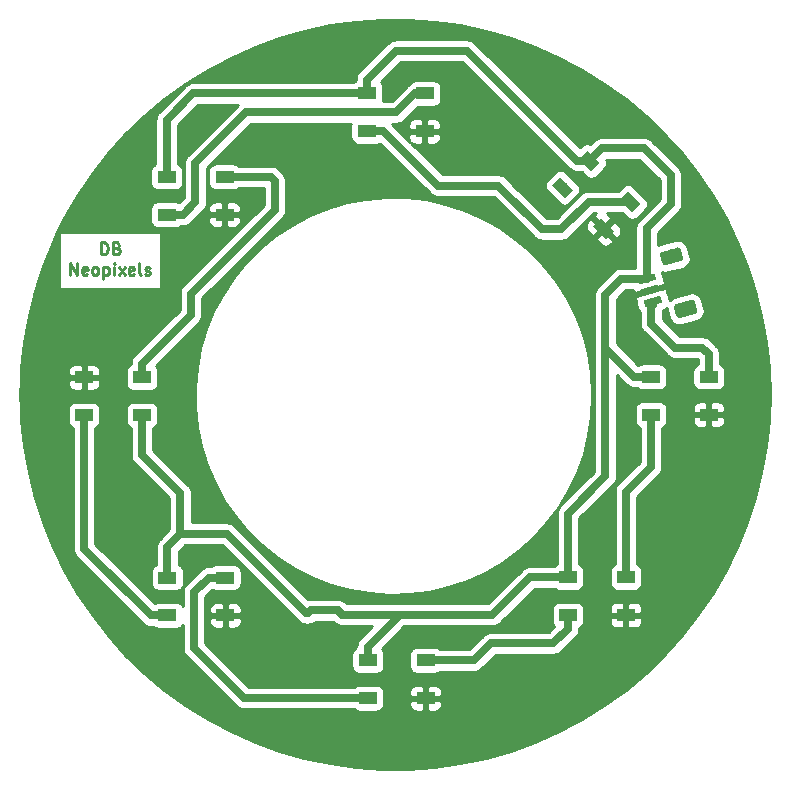
<source format=gbr>
G04 #@! TF.GenerationSoftware,KiCad,Pcbnew,(5.0.1)-4*
G04 #@! TF.CreationDate,2020-03-01T18:01:36+00:00*
G04 #@! TF.ProjectId,neopixels,6E656F706978656C732E6B696361645F,rev?*
G04 #@! TF.SameCoordinates,PX463f660PY4718708*
G04 #@! TF.FileFunction,Copper,L1,Top,Signal*
G04 #@! TF.FilePolarity,Positive*
%FSLAX46Y46*%
G04 Gerber Fmt 4.6, Leading zero omitted, Abs format (unit mm)*
G04 Created by KiCad (PCBNEW (5.0.1)-4) date 01/03/2020 18:01:36*
%MOMM*%
%LPD*%
G01*
G04 APERTURE LIST*
G04 #@! TA.AperFunction,NonConductor*
%ADD10C,0.250000*%
G04 #@! TD*
G04 #@! TA.AperFunction,SMDPad,CuDef*
%ADD11R,1.500000X1.000000*%
G04 #@! TD*
G04 #@! TA.AperFunction,SMDPad,CuDef*
%ADD12C,1.000000*%
G04 #@! TD*
G04 #@! TA.AperFunction,Conductor*
%ADD13C,0.100000*%
G04 #@! TD*
G04 #@! TA.AperFunction,SMDPad,CuDef*
%ADD14C,0.600000*%
G04 #@! TD*
G04 #@! TA.AperFunction,SMDPad,CuDef*
%ADD15C,1.200000*%
G04 #@! TD*
G04 #@! TA.AperFunction,Conductor*
%ADD16C,0.650000*%
G04 #@! TD*
G04 #@! TA.AperFunction,Conductor*
%ADD17C,0.254000*%
G04 #@! TD*
G04 APERTURE END LIST*
D10*
X-24764905Y11979620D02*
X-24764905Y12979620D01*
X-24526810Y12979620D01*
X-24383953Y12932000D01*
X-24288715Y12836762D01*
X-24241096Y12741524D01*
X-24193477Y12551048D01*
X-24193477Y12408191D01*
X-24241096Y12217715D01*
X-24288715Y12122477D01*
X-24383953Y12027239D01*
X-24526810Y11979620D01*
X-24764905Y11979620D01*
X-23431572Y12503429D02*
X-23288715Y12455810D01*
X-23241096Y12408191D01*
X-23193477Y12312953D01*
X-23193477Y12170096D01*
X-23241096Y12074858D01*
X-23288715Y12027239D01*
X-23383953Y11979620D01*
X-23764905Y11979620D01*
X-23764905Y12979620D01*
X-23431572Y12979620D01*
X-23336334Y12932000D01*
X-23288715Y12884381D01*
X-23241096Y12789143D01*
X-23241096Y12693905D01*
X-23288715Y12598667D01*
X-23336334Y12551048D01*
X-23431572Y12503429D01*
X-23764905Y12503429D01*
X-27360143Y10229620D02*
X-27360143Y11229620D01*
X-26788715Y10229620D01*
X-26788715Y11229620D01*
X-25931572Y10277239D02*
X-26026810Y10229620D01*
X-26217286Y10229620D01*
X-26312524Y10277239D01*
X-26360143Y10372477D01*
X-26360143Y10753429D01*
X-26312524Y10848667D01*
X-26217286Y10896286D01*
X-26026810Y10896286D01*
X-25931572Y10848667D01*
X-25883953Y10753429D01*
X-25883953Y10658191D01*
X-26360143Y10562953D01*
X-25312524Y10229620D02*
X-25407762Y10277239D01*
X-25455381Y10324858D01*
X-25503000Y10420096D01*
X-25503000Y10705810D01*
X-25455381Y10801048D01*
X-25407762Y10848667D01*
X-25312524Y10896286D01*
X-25169667Y10896286D01*
X-25074429Y10848667D01*
X-25026810Y10801048D01*
X-24979191Y10705810D01*
X-24979191Y10420096D01*
X-25026810Y10324858D01*
X-25074429Y10277239D01*
X-25169667Y10229620D01*
X-25312524Y10229620D01*
X-24550620Y10896286D02*
X-24550620Y9896286D01*
X-24550620Y10848667D02*
X-24455381Y10896286D01*
X-24264905Y10896286D01*
X-24169667Y10848667D01*
X-24122048Y10801048D01*
X-24074429Y10705810D01*
X-24074429Y10420096D01*
X-24122048Y10324858D01*
X-24169667Y10277239D01*
X-24264905Y10229620D01*
X-24455381Y10229620D01*
X-24550620Y10277239D01*
X-23645858Y10229620D02*
X-23645858Y10896286D01*
X-23645858Y11229620D02*
X-23693477Y11182000D01*
X-23645858Y11134381D01*
X-23598239Y11182000D01*
X-23645858Y11229620D01*
X-23645858Y11134381D01*
X-23264905Y10229620D02*
X-22741096Y10896286D01*
X-23264905Y10896286D02*
X-22741096Y10229620D01*
X-21979191Y10277239D02*
X-22074429Y10229620D01*
X-22264905Y10229620D01*
X-22360143Y10277239D01*
X-22407762Y10372477D01*
X-22407762Y10753429D01*
X-22360143Y10848667D01*
X-22264905Y10896286D01*
X-22074429Y10896286D01*
X-21979191Y10848667D01*
X-21931572Y10753429D01*
X-21931572Y10658191D01*
X-22407762Y10562953D01*
X-21360143Y10229620D02*
X-21455381Y10277239D01*
X-21503000Y10372477D01*
X-21503000Y11229620D01*
X-21026810Y10277239D02*
X-20931572Y10229620D01*
X-20741096Y10229620D01*
X-20645858Y10277239D01*
X-20598239Y10372477D01*
X-20598239Y10420096D01*
X-20645858Y10515334D01*
X-20741096Y10562953D01*
X-20883953Y10562953D01*
X-20979191Y10610572D01*
X-21026810Y10705810D01*
X-21026810Y10753429D01*
X-20979191Y10848667D01*
X-20883953Y10896286D01*
X-20741096Y10896286D01*
X-20645858Y10848667D01*
D11*
G04 #@! TO.P,D1,3*
G04 #@! TO.N,GND*
X26704000Y-1600000D03*
G04 #@! TO.P,D1,4*
G04 #@! TO.N,Net-(D1-Pad4)*
X26704000Y1600000D03*
G04 #@! TO.P,D1,2*
G04 #@! TO.N,Net-(D1-Pad2)*
X21804000Y-1600000D03*
G04 #@! TO.P,D1,1*
G04 #@! TO.N,+5V*
X21804000Y1600000D03*
G04 #@! TD*
G04 #@! TO.P,D2,1*
G04 #@! TO.N,+5V*
X14781318Y-15363804D03*
G04 #@! TO.P,D2,2*
G04 #@! TO.N,Net-(D2-Pad2)*
X14781318Y-18563804D03*
G04 #@! TO.P,D2,4*
G04 #@! TO.N,Net-(D1-Pad2)*
X19681318Y-15363804D03*
G04 #@! TO.P,D2,3*
G04 #@! TO.N,GND*
X19681318Y-18563804D03*
G04 #@! TD*
G04 #@! TO.P,D3,3*
G04 #@! TO.N,GND*
X2723112Y-25599900D03*
G04 #@! TO.P,D3,4*
G04 #@! TO.N,Net-(D2-Pad2)*
X2723112Y-22399900D03*
G04 #@! TO.P,D3,2*
G04 #@! TO.N,Net-(D3-Pad2)*
X-2176888Y-25599900D03*
G04 #@! TO.P,D3,1*
G04 #@! TO.N,+5V*
X-2176888Y-22399900D03*
G04 #@! TD*
G04 #@! TO.P,D4,1*
G04 #@! TO.N,+5V*
X-19146279Y-15390822D03*
G04 #@! TO.P,D4,2*
G04 #@! TO.N,Net-(D4-Pad2)*
X-19146279Y-18590822D03*
G04 #@! TO.P,D4,4*
G04 #@! TO.N,Net-(D3-Pad2)*
X-14246279Y-15390822D03*
G04 #@! TO.P,D4,3*
G04 #@! TO.N,GND*
X-14246279Y-18590822D03*
G04 #@! TD*
G04 #@! TO.P,D5,3*
G04 #@! TO.N,GND*
X-26195970Y1561776D03*
G04 #@! TO.P,D5,4*
G04 #@! TO.N,Net-(D4-Pad2)*
X-26195970Y-1638224D03*
G04 #@! TO.P,D5,2*
G04 #@! TO.N,Net-(D5-Pad2)*
X-21295970Y1561776D03*
G04 #@! TO.P,D5,1*
G04 #@! TO.N,+5V*
X-21295970Y-1638224D03*
G04 #@! TD*
G04 #@! TO.P,D6,1*
G04 #@! TO.N,+5V*
X-19200314Y18536744D03*
G04 #@! TO.P,D6,2*
G04 #@! TO.N,Net-(D6-Pad2)*
X-19200314Y15336744D03*
G04 #@! TO.P,D6,4*
G04 #@! TO.N,Net-(D5-Pad2)*
X-14300314Y18536744D03*
G04 #@! TO.P,D6,3*
G04 #@! TO.N,GND*
X-14300314Y15336744D03*
G04 #@! TD*
G04 #@! TO.P,D7,3*
G04 #@! TO.N,GND*
X2646665Y22399932D03*
G04 #@! TO.P,D7,4*
G04 #@! TO.N,Net-(D6-Pad2)*
X2646665Y25599932D03*
G04 #@! TO.P,D7,2*
G04 #@! TO.N,Net-(D7-Pad2)*
X-2253335Y22399932D03*
G04 #@! TO.P,D7,1*
G04 #@! TO.N,+5V*
X-2253335Y25599932D03*
G04 #@! TD*
D12*
G04 #@! TO.P,D8,1*
G04 #@! TO.N,+5V*
X16576157Y19881578D03*
D13*
G04 #@! TD*
G04 #@! TO.N,+5V*
G04 #@! TO.C,D8*
G36*
X15692274Y20058355D02*
X16399380Y20765461D01*
X17460040Y19704801D01*
X16752934Y18997695D01*
X15692274Y20058355D01*
X15692274Y20058355D01*
G37*
D12*
G04 #@! TO.P,D8,2*
G04 #@! TO.N,Net-(D8-Pad2)*
X14313416Y17618837D03*
D13*
G04 #@! TD*
G04 #@! TO.N,Net-(D8-Pad2)*
G04 #@! TO.C,D8*
G36*
X13429533Y17795614D02*
X14136639Y18502720D01*
X15197299Y17442060D01*
X14490193Y16734954D01*
X13429533Y17795614D01*
X13429533Y17795614D01*
G37*
D12*
G04 #@! TO.P,D8,4*
G04 #@! TO.N,Net-(D7-Pad2)*
X20040980Y16416755D03*
D13*
G04 #@! TD*
G04 #@! TO.N,Net-(D7-Pad2)*
G04 #@! TO.C,D8*
G36*
X19157097Y16593532D02*
X19864203Y17300638D01*
X20924863Y16239978D01*
X20217757Y15532872D01*
X19157097Y16593532D01*
X19157097Y16593532D01*
G37*
D12*
G04 #@! TO.P,D8,3*
G04 #@! TO.N,GND*
X17778239Y14154014D03*
D13*
G04 #@! TD*
G04 #@! TO.N,GND*
G04 #@! TO.C,D8*
G36*
X16894356Y14330791D02*
X17601462Y15037897D01*
X18662122Y13977237D01*
X17955016Y13270131D01*
X16894356Y14330791D01*
X16894356Y14330791D01*
G37*
G04 #@! TO.N,+5V*
G04 #@! TO.C,J1*
G36*
X22032789Y10349359D02*
X22047271Y10346724D01*
X22061426Y10342682D01*
X22075116Y10337272D01*
X22088210Y10330546D01*
X22100582Y10322569D01*
X22112112Y10313418D01*
X22122690Y10303181D01*
X22132213Y10291956D01*
X22140590Y10279852D01*
X22147741Y10266985D01*
X22153596Y10253480D01*
X22158099Y10239464D01*
X22235744Y9949686D01*
X22238852Y9935298D01*
X22240534Y9920674D01*
X22240775Y9905956D01*
X22239572Y9891285D01*
X22236936Y9876802D01*
X22232894Y9862648D01*
X22227484Y9848958D01*
X22220759Y9835864D01*
X22212782Y9823492D01*
X22203631Y9811962D01*
X22193394Y9801384D01*
X22182169Y9791861D01*
X22170065Y9783483D01*
X22157198Y9776333D01*
X22143692Y9770478D01*
X22129678Y9765975D01*
X20922271Y9442451D01*
X20907882Y9439344D01*
X20893259Y9437661D01*
X20878540Y9437420D01*
X20863869Y9438623D01*
X20849387Y9441258D01*
X20835232Y9445300D01*
X20821542Y9450710D01*
X20808448Y9457436D01*
X20796076Y9465413D01*
X20784546Y9474564D01*
X20773968Y9484801D01*
X20764445Y9496026D01*
X20756068Y9508130D01*
X20748917Y9520997D01*
X20743062Y9534502D01*
X20738559Y9548518D01*
X20660914Y9838296D01*
X20657806Y9852684D01*
X20656124Y9867308D01*
X20655883Y9882026D01*
X20657086Y9896697D01*
X20659722Y9911180D01*
X20663764Y9925334D01*
X20669174Y9939024D01*
X20675899Y9952118D01*
X20683876Y9964490D01*
X20693027Y9976020D01*
X20703264Y9986598D01*
X20714489Y9996121D01*
X20726593Y10004499D01*
X20739460Y10011649D01*
X20752966Y10017504D01*
X20766980Y10022007D01*
X21974387Y10345531D01*
X21988776Y10348638D01*
X22003399Y10350321D01*
X22018118Y10350562D01*
X22032789Y10349359D01*
X22032789Y10349359D01*
G37*
D14*
G04 #@! TD*
G04 #@! TO.P,J1,1*
G04 #@! TO.N,+5V*
X21448329Y9893991D03*
D13*
G04 #@! TO.N,GND*
G04 #@! TO.C,J1*
G36*
X22291608Y9383433D02*
X22306090Y9380798D01*
X22320245Y9376756D01*
X22333935Y9371346D01*
X22347029Y9364620D01*
X22359401Y9356643D01*
X22370931Y9347492D01*
X22381509Y9337255D01*
X22391032Y9326030D01*
X22399409Y9313926D01*
X22406560Y9301059D01*
X22412415Y9287554D01*
X22416918Y9273538D01*
X22494563Y8983760D01*
X22497671Y8969372D01*
X22499353Y8954748D01*
X22499594Y8940030D01*
X22498391Y8925359D01*
X22495755Y8910876D01*
X22491713Y8896722D01*
X22486303Y8883032D01*
X22479578Y8869938D01*
X22471601Y8857566D01*
X22462450Y8846036D01*
X22452213Y8835458D01*
X22440988Y8825935D01*
X22428884Y8817557D01*
X22416017Y8810407D01*
X22402511Y8804552D01*
X22388497Y8800049D01*
X21181090Y8476525D01*
X21166701Y8473418D01*
X21152078Y8471735D01*
X21137359Y8471494D01*
X21122688Y8472697D01*
X21108206Y8475332D01*
X21094051Y8479374D01*
X21080361Y8484784D01*
X21067267Y8491510D01*
X21054895Y8499487D01*
X21043365Y8508638D01*
X21032787Y8518875D01*
X21023264Y8530100D01*
X21014887Y8542204D01*
X21007736Y8555071D01*
X21001881Y8568576D01*
X20997378Y8582592D01*
X20919733Y8872370D01*
X20916625Y8886758D01*
X20914943Y8901382D01*
X20914702Y8916100D01*
X20915905Y8930771D01*
X20918541Y8945254D01*
X20922583Y8959408D01*
X20927993Y8973098D01*
X20934718Y8986192D01*
X20942695Y8998564D01*
X20951846Y9010094D01*
X20962083Y9020672D01*
X20973308Y9030195D01*
X20985412Y9038573D01*
X20998279Y9045723D01*
X21011785Y9051578D01*
X21025799Y9056081D01*
X22233206Y9379605D01*
X22247595Y9382712D01*
X22262218Y9384395D01*
X22276937Y9384636D01*
X22291608Y9383433D01*
X22291608Y9383433D01*
G37*
D14*
G04 #@! TD*
G04 #@! TO.P,J1,2*
G04 #@! TO.N,GND*
X21707148Y8928065D03*
D13*
G04 #@! TO.N,Net-(D1-Pad4)*
G04 #@! TO.C,J1*
G36*
X22550427Y8417507D02*
X22564909Y8414872D01*
X22579064Y8410830D01*
X22592754Y8405420D01*
X22605848Y8398694D01*
X22618220Y8390717D01*
X22629750Y8381566D01*
X22640328Y8371329D01*
X22649851Y8360104D01*
X22658228Y8348000D01*
X22665379Y8335133D01*
X22671234Y8321628D01*
X22675737Y8307612D01*
X22753382Y8017834D01*
X22756490Y8003446D01*
X22758172Y7988822D01*
X22758413Y7974104D01*
X22757210Y7959433D01*
X22754574Y7944950D01*
X22750532Y7930796D01*
X22745122Y7917106D01*
X22738397Y7904012D01*
X22730420Y7891640D01*
X22721269Y7880110D01*
X22711032Y7869532D01*
X22699807Y7860009D01*
X22687703Y7851631D01*
X22674836Y7844481D01*
X22661330Y7838626D01*
X22647316Y7834123D01*
X21439909Y7510599D01*
X21425520Y7507492D01*
X21410897Y7505809D01*
X21396178Y7505568D01*
X21381507Y7506771D01*
X21367025Y7509406D01*
X21352870Y7513448D01*
X21339180Y7518858D01*
X21326086Y7525584D01*
X21313714Y7533561D01*
X21302184Y7542712D01*
X21291606Y7552949D01*
X21282083Y7564174D01*
X21273706Y7576278D01*
X21266555Y7589145D01*
X21260700Y7602650D01*
X21256197Y7616666D01*
X21178552Y7906444D01*
X21175444Y7920832D01*
X21173762Y7935456D01*
X21173521Y7950174D01*
X21174724Y7964845D01*
X21177360Y7979328D01*
X21181402Y7993482D01*
X21186812Y8007172D01*
X21193537Y8020266D01*
X21201514Y8032638D01*
X21210665Y8044168D01*
X21220902Y8054746D01*
X21232127Y8064269D01*
X21244231Y8072647D01*
X21257098Y8079797D01*
X21270604Y8085652D01*
X21284618Y8090155D01*
X22492025Y8413679D01*
X22506414Y8416786D01*
X22521037Y8418469D01*
X22535756Y8418710D01*
X22550427Y8417507D01*
X22550427Y8417507D01*
G37*
D14*
G04 #@! TD*
G04 #@! TO.P,J1,3*
G04 #@! TO.N,Net-(D1-Pad4)*
X21965967Y7962139D03*
D13*
G04 #@! TO.N,N/C*
G04 #@! TO.C,J1*
G36*
X24120724Y12557380D02*
X24144862Y12552988D01*
X24168452Y12546252D01*
X24191269Y12537235D01*
X24213092Y12526026D01*
X24233712Y12512731D01*
X24252929Y12497479D01*
X24270558Y12480417D01*
X24286430Y12461710D01*
X24300393Y12441537D01*
X24312310Y12420092D01*
X24322069Y12397582D01*
X24329573Y12374225D01*
X24510747Y11698075D01*
X24515927Y11674094D01*
X24518731Y11649721D01*
X24519132Y11625190D01*
X24517127Y11600739D01*
X24512735Y11576601D01*
X24505999Y11553011D01*
X24496982Y11530194D01*
X24485773Y11508371D01*
X24472478Y11487751D01*
X24457226Y11468534D01*
X24440164Y11450905D01*
X24421457Y11435032D01*
X24401283Y11421070D01*
X24379839Y11409153D01*
X24357329Y11399394D01*
X24333972Y11391890D01*
X23078266Y11055424D01*
X23054285Y11050244D01*
X23029912Y11047440D01*
X23005381Y11047039D01*
X22980930Y11049044D01*
X22956792Y11053436D01*
X22933202Y11060172D01*
X22910385Y11069189D01*
X22888562Y11080398D01*
X22867942Y11093693D01*
X22848725Y11108945D01*
X22831096Y11126007D01*
X22815224Y11144714D01*
X22801261Y11164887D01*
X22789344Y11186332D01*
X22779585Y11208842D01*
X22772081Y11232199D01*
X22590907Y11908349D01*
X22585727Y11932330D01*
X22582923Y11956703D01*
X22582522Y11981234D01*
X22584527Y12005685D01*
X22588919Y12029823D01*
X22595655Y12053413D01*
X22604672Y12076230D01*
X22615881Y12098053D01*
X22629176Y12118673D01*
X22644428Y12137890D01*
X22661490Y12155519D01*
X22680197Y12171392D01*
X22700371Y12185354D01*
X22721815Y12197271D01*
X22744325Y12207030D01*
X22767682Y12214534D01*
X24023388Y12551000D01*
X24047369Y12556180D01*
X24071742Y12558984D01*
X24096273Y12559385D01*
X24120724Y12557380D01*
X24120724Y12557380D01*
G37*
D15*
G04 #@! TD*
G04 #@! TO.P,J1,MP*
G04 #@! TO.N,N/C*
X23550827Y11803212D03*
D13*
G04 #@! TO.N,N/C*
G04 #@! TO.C,J1*
G36*
X25311292Y8114121D02*
X25335430Y8109729D01*
X25359020Y8102993D01*
X25381837Y8093976D01*
X25403660Y8082767D01*
X25424280Y8069472D01*
X25443497Y8054220D01*
X25461126Y8037158D01*
X25476998Y8018451D01*
X25490961Y7998278D01*
X25502878Y7976833D01*
X25512637Y7954323D01*
X25520141Y7930966D01*
X25701315Y7254816D01*
X25706495Y7230835D01*
X25709299Y7206462D01*
X25709700Y7181931D01*
X25707695Y7157480D01*
X25703303Y7133342D01*
X25696567Y7109752D01*
X25687550Y7086935D01*
X25676341Y7065112D01*
X25663046Y7044492D01*
X25647794Y7025275D01*
X25630732Y7007646D01*
X25612025Y6991773D01*
X25591851Y6977811D01*
X25570407Y6965894D01*
X25547897Y6956135D01*
X25524540Y6948631D01*
X24268834Y6612165D01*
X24244853Y6606985D01*
X24220480Y6604181D01*
X24195949Y6603780D01*
X24171498Y6605785D01*
X24147360Y6610177D01*
X24123770Y6616913D01*
X24100953Y6625930D01*
X24079130Y6637139D01*
X24058510Y6650434D01*
X24039293Y6665686D01*
X24021664Y6682748D01*
X24005792Y6701455D01*
X23991829Y6721628D01*
X23979912Y6743073D01*
X23970153Y6765583D01*
X23962649Y6788940D01*
X23781475Y7465090D01*
X23776295Y7489071D01*
X23773491Y7513444D01*
X23773090Y7537975D01*
X23775095Y7562426D01*
X23779487Y7586564D01*
X23786223Y7610154D01*
X23795240Y7632971D01*
X23806449Y7654794D01*
X23819744Y7675414D01*
X23834996Y7694631D01*
X23852058Y7712260D01*
X23870765Y7728133D01*
X23890939Y7742095D01*
X23912383Y7754012D01*
X23934893Y7763771D01*
X23958250Y7771275D01*
X25213956Y8107741D01*
X25237937Y8112921D01*
X25262310Y8115725D01*
X25286841Y8116126D01*
X25311292Y8114121D01*
X25311292Y8114121D01*
G37*
D15*
G04 #@! TD*
G04 #@! TO.P,J1,MP*
G04 #@! TO.N,N/C*
X24741395Y7359953D03*
D16*
G04 #@! TO.N,Net-(D1-Pad4)*
X21965967Y7651556D02*
X21844000Y7529589D01*
X21965967Y7962139D02*
X21965967Y7651556D01*
X21844000Y7529589D02*
X21844000Y6096000D01*
X21844000Y6096000D02*
X23876000Y4064000D01*
X23876000Y4064000D02*
X26162000Y4064000D01*
X26704000Y3522000D02*
X26704000Y1600000D01*
X26162000Y4064000D02*
X26704000Y3522000D01*
G04 #@! TO.N,Net-(D1-Pad2)*
X21804000Y-1600000D02*
X21804000Y-6009000D01*
X19681318Y-8131682D02*
X19681318Y-15363804D01*
X21804000Y-6009000D02*
X19681318Y-8131682D01*
G04 #@! TO.N,+5V*
X20404000Y1600000D02*
X17940000Y4064000D01*
X21804000Y1600000D02*
X20404000Y1600000D01*
X17940000Y4064000D02*
X17940000Y8542000D01*
X19291991Y9893991D02*
X21448329Y9893991D01*
X17940000Y8542000D02*
X19291991Y9893991D01*
X17940000Y4064000D02*
X17940000Y-6825000D01*
X14781318Y-9983682D02*
X14781318Y-15363804D01*
X17940000Y-6825000D02*
X14781318Y-9983682D01*
X14781318Y-15363804D02*
X11560196Y-15363804D01*
X11560196Y-15363804D02*
X8382000Y-18542000D01*
X-2176888Y-21249900D02*
X-2176888Y-22399900D01*
X531012Y-18542000D02*
X-2176888Y-21249900D01*
X8382000Y-18542000D02*
X531012Y-18542000D01*
X-19146279Y-12796279D02*
X-19146279Y-15390822D01*
X-18034000Y-11684000D02*
X-19146279Y-12796279D01*
X-18034000Y-11684000D02*
X-18034000Y-8255000D01*
X-21295970Y-4993030D02*
X-21295970Y-1638224D01*
X-18034000Y-8255000D02*
X-21295970Y-4993030D01*
X-19200314Y18536744D02*
X-19200314Y23344686D01*
X-16945068Y25599932D02*
X-2253335Y25599932D01*
X-19200314Y23344686D02*
X-16945068Y25599932D01*
X6223000Y29210000D02*
X15551422Y19881578D01*
X15551422Y19881578D02*
X16576157Y19881578D01*
X206733Y29210000D02*
X6223000Y29210000D01*
X-2253335Y25599932D02*
X-2253335Y26749932D01*
X-2253335Y26749932D02*
X206733Y29210000D01*
X16929710Y20235131D02*
X16933131Y20235131D01*
X16576157Y19881578D02*
X16929710Y20235131D01*
X16933131Y20235131D02*
X17653000Y20955000D01*
X17653000Y20955000D02*
X21209000Y20955000D01*
X21209000Y20955000D02*
X23495000Y18669000D01*
X23495000Y18669000D02*
X23495000Y16256000D01*
X21448329Y14209329D02*
X21448329Y9893991D01*
X23495000Y16256000D02*
X21448329Y14209329D01*
X-14097000Y-11684000D02*
X-18034000Y-11684000D01*
X-7366000Y-18415000D02*
X-14097000Y-11684000D01*
X-4318000Y-18542000D02*
X-4699000Y-18161000D01*
X531012Y-18542000D02*
X-4318000Y-18542000D01*
X-7239000Y-18415000D02*
X-7366000Y-18415000D01*
X-4699000Y-18161000D02*
X-6985000Y-18161000D01*
X-6985000Y-18161000D02*
X-7239000Y-18415000D01*
G04 #@! TO.N,Net-(D2-Pad2)*
X14781318Y-19713804D02*
X13540122Y-20955000D01*
X14781318Y-18563804D02*
X14781318Y-19713804D01*
X13540122Y-20955000D02*
X8255000Y-20955000D01*
X6810100Y-22399900D02*
X2723112Y-22399900D01*
X8255000Y-20955000D02*
X6810100Y-22399900D01*
G04 #@! TO.N,Net-(D3-Pad2)*
X-2176888Y-25599900D02*
X-12627100Y-25599900D01*
X-12627100Y-25599900D02*
X-16891000Y-21336000D01*
X-15646279Y-15390822D02*
X-14246279Y-15390822D01*
X-16891000Y-16635543D02*
X-15646279Y-15390822D01*
X-16891000Y-21336000D02*
X-16891000Y-16635543D01*
G04 #@! TO.N,Net-(D4-Pad2)*
X-26195970Y-12941131D02*
X-26195970Y-1638224D01*
X-19146279Y-18590822D02*
X-20546279Y-18590822D01*
X-20546279Y-18590822D02*
X-26195970Y-12941131D01*
G04 #@! TO.N,Net-(D5-Pad2)*
X-21295970Y2711776D02*
X-17145000Y6862746D01*
X-21295970Y1561776D02*
X-21295970Y2711776D01*
X-17145000Y6862746D02*
X-17145000Y8636000D01*
X-17145000Y8636000D02*
X-10033000Y15748000D01*
X-10033000Y15748000D02*
X-10033000Y18161000D01*
X-10408744Y18536744D02*
X-14300314Y18536744D01*
X-10033000Y18161000D02*
X-10408744Y18536744D01*
G04 #@! TO.N,Net-(D6-Pad2)*
X1850932Y25599932D02*
X2646665Y25599932D01*
X254000Y24003000D02*
X1850932Y25599932D01*
X-17800314Y15336744D02*
X-16764000Y16373058D01*
X-12446000Y24003000D02*
X254000Y24003000D01*
X-19200314Y15336744D02*
X-17800314Y15336744D01*
X-16764000Y16373058D02*
X-16764000Y19685000D01*
X-16764000Y19685000D02*
X-12446000Y24003000D01*
G04 #@! TO.N,Net-(D7-Pad2)*
X-853335Y22399932D02*
X3766597Y17780000D01*
X-2253335Y22399932D02*
X-853335Y22399932D01*
X3766597Y17780000D02*
X8890000Y17780000D01*
X8890000Y17780000D02*
X12573000Y14097000D01*
X12573000Y14097000D02*
X14224000Y14097000D01*
X16543755Y16416755D02*
X20040980Y16416755D01*
X14224000Y14097000D02*
X16543755Y16416755D01*
G04 #@! TD*
D17*
G04 #@! TO.N,GND*
G36*
X3442660Y31673398D02*
X5635149Y31365263D01*
X7800802Y30904940D01*
X9929070Y30294669D01*
X12009583Y29537424D01*
X14032205Y28636895D01*
X15987082Y27597468D01*
X17864691Y26424208D01*
X19655883Y25122830D01*
X21351933Y23699676D01*
X22944576Y22161677D01*
X24426055Y20516328D01*
X25789152Y18771645D01*
X27027225Y16936126D01*
X28134242Y15018715D01*
X29104812Y13028753D01*
X29934204Y10975935D01*
X30618379Y8870262D01*
X31154002Y6721993D01*
X31538466Y4541594D01*
X31769895Y2339687D01*
X31847164Y127000D01*
X31769895Y-2085687D01*
X31538466Y-4287594D01*
X31154002Y-6467993D01*
X30618379Y-8616262D01*
X29934204Y-10721935D01*
X29104812Y-12774753D01*
X28134242Y-14764715D01*
X27027225Y-16682126D01*
X25789152Y-18517645D01*
X24426055Y-20262328D01*
X22944576Y-21907677D01*
X21351933Y-23445676D01*
X19655883Y-24868830D01*
X17864691Y-26170208D01*
X15987082Y-27343468D01*
X14032205Y-28382895D01*
X12009583Y-29283424D01*
X9929070Y-30040669D01*
X7800802Y-30650940D01*
X5635149Y-31111263D01*
X3442660Y-31419398D01*
X1234018Y-31573841D01*
X-980018Y-31573841D01*
X-3188660Y-31419398D01*
X-5381149Y-31111263D01*
X-7546802Y-30650940D01*
X-9675070Y-30040669D01*
X-11755583Y-29283424D01*
X-13778205Y-28382895D01*
X-15733082Y-27343468D01*
X-17610691Y-26170208D01*
X-19401883Y-24868830D01*
X-21097933Y-23445676D01*
X-22690576Y-21907677D01*
X-24172055Y-20262328D01*
X-25535152Y-18517645D01*
X-26773225Y-16682126D01*
X-27880242Y-14764715D01*
X-28850812Y-12774753D01*
X-29680204Y-10721935D01*
X-30364379Y-8616262D01*
X-30900002Y-6467993D01*
X-31284466Y-4287594D01*
X-31515895Y-2085687D01*
X-31548981Y-1138224D01*
X-27584042Y-1138224D01*
X-27584042Y-2138224D01*
X-27571782Y-2262706D01*
X-27535472Y-2382404D01*
X-27476507Y-2492718D01*
X-27397155Y-2589409D01*
X-27300464Y-2668761D01*
X-27190150Y-2727726D01*
X-27155969Y-2738095D01*
X-27155970Y-12893979D01*
X-27160614Y-12941131D01*
X-27155970Y-12988283D01*
X-27155970Y-12988292D01*
X-27142080Y-13129323D01*
X-27087186Y-13310284D01*
X-26998043Y-13477059D01*
X-26878077Y-13623238D01*
X-26841439Y-13653306D01*
X-21258450Y-19236296D01*
X-21228386Y-19272929D01*
X-21191753Y-19302993D01*
X-21120938Y-19361109D01*
X-21082207Y-19392895D01*
X-20915433Y-19482038D01*
X-20734472Y-19536932D01*
X-20593441Y-19550822D01*
X-20593439Y-19550822D01*
X-20546279Y-19555467D01*
X-20499119Y-19550822D01*
X-20336723Y-19550822D01*
X-20250773Y-19621359D01*
X-20140459Y-19680324D01*
X-20020761Y-19716634D01*
X-19896279Y-19728894D01*
X-18396279Y-19728894D01*
X-18271797Y-19716634D01*
X-18152099Y-19680324D01*
X-18041785Y-19621359D01*
X-17945094Y-19542007D01*
X-17865742Y-19445316D01*
X-17851000Y-19417735D01*
X-17851000Y-21288848D01*
X-17855644Y-21336000D01*
X-17851000Y-21383152D01*
X-17851000Y-21383161D01*
X-17837110Y-21524192D01*
X-17782216Y-21705153D01*
X-17693073Y-21871928D01*
X-17573107Y-22018107D01*
X-17536469Y-22048175D01*
X-13339271Y-26245374D01*
X-13309207Y-26282007D01*
X-13272575Y-26312070D01*
X-13163029Y-26401973D01*
X-13064956Y-26454394D01*
X-12996254Y-26491116D01*
X-12815293Y-26546010D01*
X-12674262Y-26559900D01*
X-12674253Y-26559900D01*
X-12627101Y-26564544D01*
X-12579949Y-26559900D01*
X-3367332Y-26559900D01*
X-3281382Y-26630437D01*
X-3171068Y-26689402D01*
X-3051370Y-26725712D01*
X-2926888Y-26737972D01*
X-1426888Y-26737972D01*
X-1302406Y-26725712D01*
X-1182708Y-26689402D01*
X-1072394Y-26630437D01*
X-975703Y-26551085D01*
X-896351Y-26454394D01*
X-837386Y-26344080D01*
X-801076Y-26224382D01*
X-788816Y-26099900D01*
X-788816Y-25885650D01*
X1338112Y-25885650D01*
X1338112Y-26162442D01*
X1362515Y-26285123D01*
X1410382Y-26400685D01*
X1479875Y-26504689D01*
X1568323Y-26593137D01*
X1672327Y-26662630D01*
X1787889Y-26710497D01*
X1910570Y-26734900D01*
X2437362Y-26734900D01*
X2596112Y-26576150D01*
X2596112Y-25726900D01*
X2850112Y-25726900D01*
X2850112Y-26576150D01*
X3008862Y-26734900D01*
X3535654Y-26734900D01*
X3658335Y-26710497D01*
X3773897Y-26662630D01*
X3877901Y-26593137D01*
X3966349Y-26504689D01*
X4035842Y-26400685D01*
X4083709Y-26285123D01*
X4108112Y-26162442D01*
X4108112Y-25885650D01*
X3949362Y-25726900D01*
X2850112Y-25726900D01*
X2596112Y-25726900D01*
X1496862Y-25726900D01*
X1338112Y-25885650D01*
X-788816Y-25885650D01*
X-788816Y-25099900D01*
X-794975Y-25037358D01*
X1338112Y-25037358D01*
X1338112Y-25314150D01*
X1496862Y-25472900D01*
X2596112Y-25472900D01*
X2596112Y-24623650D01*
X2850112Y-24623650D01*
X2850112Y-25472900D01*
X3949362Y-25472900D01*
X4108112Y-25314150D01*
X4108112Y-25037358D01*
X4083709Y-24914677D01*
X4035842Y-24799115D01*
X3966349Y-24695111D01*
X3877901Y-24606663D01*
X3773897Y-24537170D01*
X3658335Y-24489303D01*
X3535654Y-24464900D01*
X3008862Y-24464900D01*
X2850112Y-24623650D01*
X2596112Y-24623650D01*
X2437362Y-24464900D01*
X1910570Y-24464900D01*
X1787889Y-24489303D01*
X1672327Y-24537170D01*
X1568323Y-24606663D01*
X1479875Y-24695111D01*
X1410382Y-24799115D01*
X1362515Y-24914677D01*
X1338112Y-25037358D01*
X-794975Y-25037358D01*
X-801076Y-24975418D01*
X-837386Y-24855720D01*
X-896351Y-24745406D01*
X-975703Y-24648715D01*
X-1072394Y-24569363D01*
X-1182708Y-24510398D01*
X-1302406Y-24474088D01*
X-1426888Y-24461828D01*
X-2926888Y-24461828D01*
X-3051370Y-24474088D01*
X-3171068Y-24510398D01*
X-3281382Y-24569363D01*
X-3367332Y-24639900D01*
X-12229455Y-24639900D01*
X-15931000Y-20938356D01*
X-15931000Y-18876572D01*
X-15631279Y-18876572D01*
X-15631279Y-19153364D01*
X-15606876Y-19276045D01*
X-15559009Y-19391607D01*
X-15489516Y-19495611D01*
X-15401068Y-19584059D01*
X-15297064Y-19653552D01*
X-15181502Y-19701419D01*
X-15058821Y-19725822D01*
X-14532029Y-19725822D01*
X-14373279Y-19567072D01*
X-14373279Y-18717822D01*
X-14119279Y-18717822D01*
X-14119279Y-19567072D01*
X-13960529Y-19725822D01*
X-13433737Y-19725822D01*
X-13311056Y-19701419D01*
X-13195494Y-19653552D01*
X-13091490Y-19584059D01*
X-13003042Y-19495611D01*
X-12933549Y-19391607D01*
X-12885682Y-19276045D01*
X-12861279Y-19153364D01*
X-12861279Y-18876572D01*
X-13020029Y-18717822D01*
X-14119279Y-18717822D01*
X-14373279Y-18717822D01*
X-15472529Y-18717822D01*
X-15631279Y-18876572D01*
X-15931000Y-18876572D01*
X-15931000Y-18028280D01*
X-15631279Y-18028280D01*
X-15631279Y-18305072D01*
X-15472529Y-18463822D01*
X-14373279Y-18463822D01*
X-14373279Y-17614572D01*
X-14119279Y-17614572D01*
X-14119279Y-18463822D01*
X-13020029Y-18463822D01*
X-12861279Y-18305072D01*
X-12861279Y-18028280D01*
X-12885682Y-17905599D01*
X-12933549Y-17790037D01*
X-13003042Y-17686033D01*
X-13091490Y-17597585D01*
X-13195494Y-17528092D01*
X-13311056Y-17480225D01*
X-13433737Y-17455822D01*
X-13960529Y-17455822D01*
X-14119279Y-17614572D01*
X-14373279Y-17614572D01*
X-14532029Y-17455822D01*
X-15058821Y-17455822D01*
X-15181502Y-17480225D01*
X-15297064Y-17528092D01*
X-15401068Y-17597585D01*
X-15489516Y-17686033D01*
X-15559009Y-17790037D01*
X-15606876Y-17905599D01*
X-15631279Y-18028280D01*
X-15931000Y-18028280D01*
X-15931000Y-17033187D01*
X-15330179Y-16432367D01*
X-15240459Y-16480324D01*
X-15120761Y-16516634D01*
X-14996279Y-16528894D01*
X-13496279Y-16528894D01*
X-13371797Y-16516634D01*
X-13252099Y-16480324D01*
X-13141785Y-16421359D01*
X-13045094Y-16342007D01*
X-12965742Y-16245316D01*
X-12906777Y-16135002D01*
X-12870467Y-16015304D01*
X-12858207Y-15890822D01*
X-12858207Y-14890822D01*
X-12870467Y-14766340D01*
X-12906777Y-14646642D01*
X-12965742Y-14536328D01*
X-13045094Y-14439637D01*
X-13141785Y-14360285D01*
X-13252099Y-14301320D01*
X-13371797Y-14265010D01*
X-13496279Y-14252750D01*
X-14996279Y-14252750D01*
X-15120761Y-14265010D01*
X-15240459Y-14301320D01*
X-15350773Y-14360285D01*
X-15436723Y-14430822D01*
X-15599128Y-14430822D01*
X-15646280Y-14426178D01*
X-15693432Y-14430822D01*
X-15693441Y-14430822D01*
X-15834472Y-14444712D01*
X-16015433Y-14499606D01*
X-16124116Y-14557698D01*
X-16182208Y-14588749D01*
X-16279410Y-14668521D01*
X-16328386Y-14708715D01*
X-16358450Y-14745348D01*
X-17536474Y-15923373D01*
X-17573106Y-15953436D01*
X-17603170Y-15990069D01*
X-17603171Y-15990070D01*
X-17693073Y-16099615D01*
X-17782216Y-16266390D01*
X-17796958Y-16314989D01*
X-17833783Y-16436388D01*
X-17837109Y-16447351D01*
X-17855644Y-16635543D01*
X-17850999Y-16682705D01*
X-17850999Y-17763909D01*
X-17865742Y-17736328D01*
X-17945094Y-17639637D01*
X-18041785Y-17560285D01*
X-18152099Y-17501320D01*
X-18271797Y-17465010D01*
X-18396279Y-17452750D01*
X-19896279Y-17452750D01*
X-20020761Y-17465010D01*
X-20140459Y-17501320D01*
X-20230179Y-17549277D01*
X-25235970Y-12543487D01*
X-25235970Y-2738094D01*
X-25201790Y-2727726D01*
X-25091476Y-2668761D01*
X-24994785Y-2589409D01*
X-24915433Y-2492718D01*
X-24856468Y-2382404D01*
X-24820158Y-2262706D01*
X-24807898Y-2138224D01*
X-24807898Y-1138224D01*
X-22684042Y-1138224D01*
X-22684042Y-2138224D01*
X-22671782Y-2262706D01*
X-22635472Y-2382404D01*
X-22576507Y-2492718D01*
X-22497155Y-2589409D01*
X-22400464Y-2668761D01*
X-22290150Y-2727726D01*
X-22255969Y-2738095D01*
X-22255970Y-4945878D01*
X-22260614Y-4993030D01*
X-22255970Y-5040182D01*
X-22255970Y-5040191D01*
X-22242080Y-5181222D01*
X-22187186Y-5362183D01*
X-22098043Y-5528958D01*
X-21978077Y-5675137D01*
X-21941439Y-5705205D01*
X-18993999Y-8652646D01*
X-18994000Y-11286355D01*
X-19791748Y-12084104D01*
X-19828386Y-12114172D01*
X-19948352Y-12260351D01*
X-20037495Y-12427126D01*
X-20092389Y-12608087D01*
X-20106279Y-12749118D01*
X-20106279Y-12749127D01*
X-20110923Y-12796279D01*
X-20106279Y-12843431D01*
X-20106278Y-14290951D01*
X-20140459Y-14301320D01*
X-20250773Y-14360285D01*
X-20347464Y-14439637D01*
X-20426816Y-14536328D01*
X-20485781Y-14646642D01*
X-20522091Y-14766340D01*
X-20534351Y-14890822D01*
X-20534351Y-15890822D01*
X-20522091Y-16015304D01*
X-20485781Y-16135002D01*
X-20426816Y-16245316D01*
X-20347464Y-16342007D01*
X-20250773Y-16421359D01*
X-20140459Y-16480324D01*
X-20020761Y-16516634D01*
X-19896279Y-16528894D01*
X-18396279Y-16528894D01*
X-18271797Y-16516634D01*
X-18152099Y-16480324D01*
X-18041785Y-16421359D01*
X-17945094Y-16342007D01*
X-17865742Y-16245316D01*
X-17806777Y-16135002D01*
X-17770467Y-16015304D01*
X-17758207Y-15890822D01*
X-17758207Y-14890822D01*
X-17770467Y-14766340D01*
X-17806777Y-14646642D01*
X-17865742Y-14536328D01*
X-17945094Y-14439637D01*
X-18041785Y-14360285D01*
X-18152099Y-14301320D01*
X-18186279Y-14290952D01*
X-18186279Y-13193923D01*
X-17636355Y-12644000D01*
X-14494644Y-12644000D01*
X-8078171Y-19060474D01*
X-8048107Y-19097107D01*
X-7901928Y-19217073D01*
X-7735154Y-19306216D01*
X-7554193Y-19361110D01*
X-7413162Y-19375000D01*
X-7413153Y-19375000D01*
X-7366001Y-19379644D01*
X-7318849Y-19375000D01*
X-7286152Y-19375000D01*
X-7239000Y-19379644D01*
X-7191848Y-19375000D01*
X-7191838Y-19375000D01*
X-7050807Y-19361110D01*
X-6869846Y-19306216D01*
X-6703072Y-19217073D01*
X-6586007Y-19121000D01*
X-5096644Y-19121000D01*
X-5030175Y-19187469D01*
X-5000107Y-19224107D01*
X-4853928Y-19344073D01*
X-4687154Y-19433216D01*
X-4506193Y-19488110D01*
X-4365162Y-19502000D01*
X-4365153Y-19502000D01*
X-4318001Y-19506644D01*
X-4270849Y-19502000D01*
X-1786632Y-19502000D01*
X-2822357Y-20537725D01*
X-2858995Y-20567793D01*
X-2978961Y-20713972D01*
X-3068104Y-20880747D01*
X-3122998Y-21061708D01*
X-3136888Y-21202739D01*
X-3136888Y-21202748D01*
X-3141532Y-21249900D01*
X-3136888Y-21297053D01*
X-3136888Y-21300030D01*
X-3171068Y-21310398D01*
X-3281382Y-21369363D01*
X-3378073Y-21448715D01*
X-3457425Y-21545406D01*
X-3516390Y-21655720D01*
X-3552700Y-21775418D01*
X-3564960Y-21899900D01*
X-3564960Y-22899900D01*
X-3552700Y-23024382D01*
X-3516390Y-23144080D01*
X-3457425Y-23254394D01*
X-3378073Y-23351085D01*
X-3281382Y-23430437D01*
X-3171068Y-23489402D01*
X-3051370Y-23525712D01*
X-2926888Y-23537972D01*
X-1426888Y-23537972D01*
X-1302406Y-23525712D01*
X-1182708Y-23489402D01*
X-1072394Y-23430437D01*
X-975703Y-23351085D01*
X-896351Y-23254394D01*
X-837386Y-23144080D01*
X-801076Y-23024382D01*
X-788816Y-22899900D01*
X-788816Y-21899900D01*
X1335040Y-21899900D01*
X1335040Y-22899900D01*
X1347300Y-23024382D01*
X1383610Y-23144080D01*
X1442575Y-23254394D01*
X1521927Y-23351085D01*
X1618618Y-23430437D01*
X1728932Y-23489402D01*
X1848630Y-23525712D01*
X1973112Y-23537972D01*
X3473112Y-23537972D01*
X3597594Y-23525712D01*
X3717292Y-23489402D01*
X3827606Y-23430437D01*
X3913556Y-23359900D01*
X6762948Y-23359900D01*
X6810100Y-23364544D01*
X6857252Y-23359900D01*
X6857262Y-23359900D01*
X6998293Y-23346010D01*
X7179254Y-23291116D01*
X7346028Y-23201973D01*
X7492207Y-23082007D01*
X7522275Y-23045369D01*
X8652645Y-21915000D01*
X13492970Y-21915000D01*
X13540122Y-21919644D01*
X13587274Y-21915000D01*
X13587284Y-21915000D01*
X13728315Y-21901110D01*
X13909276Y-21846216D01*
X14076050Y-21757073D01*
X14222229Y-21637107D01*
X14252297Y-21600469D01*
X15426792Y-20425975D01*
X15463425Y-20395911D01*
X15539027Y-20303790D01*
X15583391Y-20249733D01*
X15672534Y-20082958D01*
X15695002Y-20008890D01*
X15727428Y-19901997D01*
X15741318Y-19760966D01*
X15741318Y-19760957D01*
X15745962Y-19713805D01*
X15741318Y-19666653D01*
X15741318Y-19663674D01*
X15775498Y-19653306D01*
X15885812Y-19594341D01*
X15982503Y-19514989D01*
X16061855Y-19418298D01*
X16120820Y-19307984D01*
X16157130Y-19188286D01*
X16169390Y-19063804D01*
X16169390Y-18849554D01*
X18296318Y-18849554D01*
X18296318Y-19126346D01*
X18320721Y-19249027D01*
X18368588Y-19364589D01*
X18438081Y-19468593D01*
X18526529Y-19557041D01*
X18630533Y-19626534D01*
X18746095Y-19674401D01*
X18868776Y-19698804D01*
X19395568Y-19698804D01*
X19554318Y-19540054D01*
X19554318Y-18690804D01*
X19808318Y-18690804D01*
X19808318Y-19540054D01*
X19967068Y-19698804D01*
X20493860Y-19698804D01*
X20616541Y-19674401D01*
X20732103Y-19626534D01*
X20836107Y-19557041D01*
X20924555Y-19468593D01*
X20994048Y-19364589D01*
X21041915Y-19249027D01*
X21066318Y-19126346D01*
X21066318Y-18849554D01*
X20907568Y-18690804D01*
X19808318Y-18690804D01*
X19554318Y-18690804D01*
X18455068Y-18690804D01*
X18296318Y-18849554D01*
X16169390Y-18849554D01*
X16169390Y-18063804D01*
X16163231Y-18001262D01*
X18296318Y-18001262D01*
X18296318Y-18278054D01*
X18455068Y-18436804D01*
X19554318Y-18436804D01*
X19554318Y-17587554D01*
X19808318Y-17587554D01*
X19808318Y-18436804D01*
X20907568Y-18436804D01*
X21066318Y-18278054D01*
X21066318Y-18001262D01*
X21041915Y-17878581D01*
X20994048Y-17763019D01*
X20924555Y-17659015D01*
X20836107Y-17570567D01*
X20732103Y-17501074D01*
X20616541Y-17453207D01*
X20493860Y-17428804D01*
X19967068Y-17428804D01*
X19808318Y-17587554D01*
X19554318Y-17587554D01*
X19395568Y-17428804D01*
X18868776Y-17428804D01*
X18746095Y-17453207D01*
X18630533Y-17501074D01*
X18526529Y-17570567D01*
X18438081Y-17659015D01*
X18368588Y-17763019D01*
X18320721Y-17878581D01*
X18296318Y-18001262D01*
X16163231Y-18001262D01*
X16157130Y-17939322D01*
X16120820Y-17819624D01*
X16061855Y-17709310D01*
X15982503Y-17612619D01*
X15885812Y-17533267D01*
X15775498Y-17474302D01*
X15655800Y-17437992D01*
X15531318Y-17425732D01*
X14031318Y-17425732D01*
X13906836Y-17437992D01*
X13787138Y-17474302D01*
X13676824Y-17533267D01*
X13580133Y-17612619D01*
X13500781Y-17709310D01*
X13441816Y-17819624D01*
X13405506Y-17939322D01*
X13393246Y-18063804D01*
X13393246Y-19063804D01*
X13405506Y-19188286D01*
X13441816Y-19307984D01*
X13500781Y-19418298D01*
X13580133Y-19514989D01*
X13603397Y-19534081D01*
X13142478Y-19995000D01*
X8302151Y-19995000D01*
X8254999Y-19990356D01*
X8207847Y-19995000D01*
X8207838Y-19995000D01*
X8066807Y-20008890D01*
X7885846Y-20063784D01*
X7719071Y-20152927D01*
X7621869Y-20232699D01*
X7572893Y-20272893D01*
X7542829Y-20309526D01*
X6412456Y-21439900D01*
X3913556Y-21439900D01*
X3827606Y-21369363D01*
X3717292Y-21310398D01*
X3597594Y-21274088D01*
X3473112Y-21261828D01*
X1973112Y-21261828D01*
X1848630Y-21274088D01*
X1728932Y-21310398D01*
X1618618Y-21369363D01*
X1521927Y-21448715D01*
X1442575Y-21545406D01*
X1383610Y-21655720D01*
X1347300Y-21775418D01*
X1335040Y-21899900D01*
X-788816Y-21899900D01*
X-801076Y-21775418D01*
X-837386Y-21655720D01*
X-896351Y-21545406D01*
X-975703Y-21448715D01*
X-998967Y-21429623D01*
X928657Y-19502000D01*
X8334848Y-19502000D01*
X8382000Y-19506644D01*
X8429152Y-19502000D01*
X8429162Y-19502000D01*
X8570193Y-19488110D01*
X8751154Y-19433216D01*
X8917928Y-19344073D01*
X9064107Y-19224107D01*
X9094175Y-19187469D01*
X11957841Y-16323804D01*
X13590874Y-16323804D01*
X13676824Y-16394341D01*
X13787138Y-16453306D01*
X13906836Y-16489616D01*
X14031318Y-16501876D01*
X15531318Y-16501876D01*
X15655800Y-16489616D01*
X15775498Y-16453306D01*
X15885812Y-16394341D01*
X15982503Y-16314989D01*
X16061855Y-16218298D01*
X16120820Y-16107984D01*
X16157130Y-15988286D01*
X16169390Y-15863804D01*
X16169390Y-14863804D01*
X18293246Y-14863804D01*
X18293246Y-15863804D01*
X18305506Y-15988286D01*
X18341816Y-16107984D01*
X18400781Y-16218298D01*
X18480133Y-16314989D01*
X18576824Y-16394341D01*
X18687138Y-16453306D01*
X18806836Y-16489616D01*
X18931318Y-16501876D01*
X20431318Y-16501876D01*
X20555800Y-16489616D01*
X20675498Y-16453306D01*
X20785812Y-16394341D01*
X20882503Y-16314989D01*
X20961855Y-16218298D01*
X21020820Y-16107984D01*
X21057130Y-15988286D01*
X21069390Y-15863804D01*
X21069390Y-14863804D01*
X21057130Y-14739322D01*
X21020820Y-14619624D01*
X20961855Y-14509310D01*
X20882503Y-14412619D01*
X20785812Y-14333267D01*
X20675498Y-14274302D01*
X20641318Y-14263934D01*
X20641318Y-8529326D01*
X22449474Y-6721171D01*
X22486107Y-6691107D01*
X22530669Y-6636808D01*
X22606073Y-6544929D01*
X22695216Y-6378154D01*
X22750110Y-6197193D01*
X22764000Y-6056162D01*
X22764000Y-6056160D01*
X22768645Y-6009000D01*
X22764000Y-5961840D01*
X22764000Y-2699870D01*
X22798180Y-2689502D01*
X22908494Y-2630537D01*
X23005185Y-2551185D01*
X23084537Y-2454494D01*
X23143502Y-2344180D01*
X23179812Y-2224482D01*
X23192072Y-2100000D01*
X23192072Y-1885750D01*
X25319000Y-1885750D01*
X25319000Y-2162542D01*
X25343403Y-2285223D01*
X25391270Y-2400785D01*
X25460763Y-2504789D01*
X25549211Y-2593237D01*
X25653215Y-2662730D01*
X25768777Y-2710597D01*
X25891458Y-2735000D01*
X26418250Y-2735000D01*
X26577000Y-2576250D01*
X26577000Y-1727000D01*
X26831000Y-1727000D01*
X26831000Y-2576250D01*
X26989750Y-2735000D01*
X27516542Y-2735000D01*
X27639223Y-2710597D01*
X27754785Y-2662730D01*
X27858789Y-2593237D01*
X27947237Y-2504789D01*
X28016730Y-2400785D01*
X28064597Y-2285223D01*
X28089000Y-2162542D01*
X28089000Y-1885750D01*
X27930250Y-1727000D01*
X26831000Y-1727000D01*
X26577000Y-1727000D01*
X25477750Y-1727000D01*
X25319000Y-1885750D01*
X23192072Y-1885750D01*
X23192072Y-1100000D01*
X23185913Y-1037458D01*
X25319000Y-1037458D01*
X25319000Y-1314250D01*
X25477750Y-1473000D01*
X26577000Y-1473000D01*
X26577000Y-623750D01*
X26831000Y-623750D01*
X26831000Y-1473000D01*
X27930250Y-1473000D01*
X28089000Y-1314250D01*
X28089000Y-1037458D01*
X28064597Y-914777D01*
X28016730Y-799215D01*
X27947237Y-695211D01*
X27858789Y-606763D01*
X27754785Y-537270D01*
X27639223Y-489403D01*
X27516542Y-465000D01*
X26989750Y-465000D01*
X26831000Y-623750D01*
X26577000Y-623750D01*
X26418250Y-465000D01*
X25891458Y-465000D01*
X25768777Y-489403D01*
X25653215Y-537270D01*
X25549211Y-606763D01*
X25460763Y-695211D01*
X25391270Y-799215D01*
X25343403Y-914777D01*
X25319000Y-1037458D01*
X23185913Y-1037458D01*
X23179812Y-975518D01*
X23143502Y-855820D01*
X23084537Y-745506D01*
X23005185Y-648815D01*
X22908494Y-569463D01*
X22798180Y-510498D01*
X22678482Y-474188D01*
X22554000Y-461928D01*
X21054000Y-461928D01*
X20929518Y-474188D01*
X20809820Y-510498D01*
X20699506Y-569463D01*
X20602815Y-648815D01*
X20523463Y-745506D01*
X20464498Y-855820D01*
X20428188Y-975518D01*
X20415928Y-1100000D01*
X20415928Y-2100000D01*
X20428188Y-2224482D01*
X20464498Y-2344180D01*
X20523463Y-2454494D01*
X20602815Y-2551185D01*
X20699506Y-2630537D01*
X20809820Y-2689502D01*
X20844000Y-2699870D01*
X20844001Y-5611354D01*
X19035849Y-7419507D01*
X18999211Y-7449575D01*
X18879245Y-7595754D01*
X18790102Y-7762529D01*
X18735208Y-7943490D01*
X18721318Y-8084521D01*
X18721318Y-8084530D01*
X18716674Y-8131682D01*
X18721318Y-8178834D01*
X18721319Y-14263933D01*
X18687138Y-14274302D01*
X18576824Y-14333267D01*
X18480133Y-14412619D01*
X18400781Y-14509310D01*
X18341816Y-14619624D01*
X18305506Y-14739322D01*
X18293246Y-14863804D01*
X16169390Y-14863804D01*
X16157130Y-14739322D01*
X16120820Y-14619624D01*
X16061855Y-14509310D01*
X15982503Y-14412619D01*
X15885812Y-14333267D01*
X15775498Y-14274302D01*
X15741318Y-14263934D01*
X15741318Y-10381326D01*
X18585474Y-7537171D01*
X18622107Y-7507107D01*
X18652171Y-7470474D01*
X18742073Y-7360929D01*
X18831216Y-7194154D01*
X18839442Y-7167037D01*
X18886110Y-7013193D01*
X18900000Y-6872162D01*
X18900000Y-6872160D01*
X18904645Y-6825000D01*
X18900000Y-6777840D01*
X18900000Y1746355D01*
X19691829Y954526D01*
X19721893Y917893D01*
X19758525Y887830D01*
X19868071Y797927D01*
X19966144Y745506D01*
X20034846Y708784D01*
X20215807Y653890D01*
X20356838Y640000D01*
X20356847Y640000D01*
X20403999Y635356D01*
X20451151Y640000D01*
X20613556Y640000D01*
X20699506Y569463D01*
X20809820Y510498D01*
X20929518Y474188D01*
X21054000Y461928D01*
X22554000Y461928D01*
X22678482Y474188D01*
X22798180Y510498D01*
X22908494Y569463D01*
X23005185Y648815D01*
X23084537Y745506D01*
X23143502Y855820D01*
X23179812Y975518D01*
X23192072Y1100000D01*
X23192072Y2100000D01*
X23179812Y2224482D01*
X23143502Y2344180D01*
X23084537Y2454494D01*
X23005185Y2551185D01*
X22908494Y2630537D01*
X22798180Y2689502D01*
X22678482Y2725812D01*
X22554000Y2738072D01*
X21054000Y2738072D01*
X20929518Y2725812D01*
X20809820Y2689502D01*
X20720100Y2641545D01*
X18900000Y4461644D01*
X18900000Y8144356D01*
X19042761Y8287117D01*
X20419150Y8287117D01*
X20439025Y8212941D01*
X20494349Y8100757D01*
X20541809Y8038906D01*
X20537056Y7893726D01*
X20562221Y7741300D01*
X20639866Y7451522D01*
X20694286Y7306933D01*
X20775867Y7175740D01*
X20881474Y7062984D01*
X20884000Y7061174D01*
X20884001Y6143162D01*
X20879356Y6096000D01*
X20884001Y6048838D01*
X20897891Y5907807D01*
X20914543Y5852914D01*
X20952784Y5726847D01*
X21041927Y5560072D01*
X21131829Y5450527D01*
X21161894Y5413893D01*
X21198526Y5383830D01*
X23163828Y3418527D01*
X23193893Y3381893D01*
X23230526Y3351829D01*
X23340071Y3261927D01*
X23506846Y3172784D01*
X23687807Y3117890D01*
X23828838Y3104000D01*
X23828848Y3104000D01*
X23876000Y3099356D01*
X23923152Y3104000D01*
X25744000Y3104000D01*
X25744000Y2699871D01*
X25709820Y2689502D01*
X25599506Y2630537D01*
X25502815Y2551185D01*
X25423463Y2454494D01*
X25364498Y2344180D01*
X25328188Y2224482D01*
X25315928Y2100000D01*
X25315928Y1100000D01*
X25328188Y975518D01*
X25364498Y855820D01*
X25423463Y745506D01*
X25502815Y648815D01*
X25599506Y569463D01*
X25709820Y510498D01*
X25829518Y474188D01*
X25954000Y461928D01*
X27454000Y461928D01*
X27578482Y474188D01*
X27698180Y510498D01*
X27808494Y569463D01*
X27905185Y648815D01*
X27984537Y745506D01*
X28043502Y855820D01*
X28079812Y975518D01*
X28092072Y1100000D01*
X28092072Y2100000D01*
X28079812Y2224482D01*
X28043502Y2344180D01*
X27984537Y2454494D01*
X27905185Y2551185D01*
X27808494Y2630537D01*
X27698180Y2689502D01*
X27664000Y2699870D01*
X27664000Y3474840D01*
X27668645Y3522000D01*
X27664000Y3569162D01*
X27650110Y3710193D01*
X27595216Y3891154D01*
X27579227Y3921067D01*
X27506073Y4057929D01*
X27458967Y4115327D01*
X27386107Y4204107D01*
X27349469Y4234175D01*
X26874175Y4709469D01*
X26844107Y4746107D01*
X26697928Y4866073D01*
X26531154Y4955216D01*
X26350193Y5010110D01*
X26209162Y5024000D01*
X26209152Y5024000D01*
X26162000Y5028644D01*
X26114848Y5024000D01*
X24273645Y5024000D01*
X22804000Y6493644D01*
X22804000Y7182904D01*
X22825214Y7222593D01*
X22957047Y7272211D01*
X23088239Y7353791D01*
X23147145Y7408962D01*
X23165144Y7299945D01*
X23346318Y6623795D01*
X23407643Y6460861D01*
X23499575Y6313021D01*
X23618583Y6185958D01*
X23760094Y6084553D01*
X23918668Y6012704D01*
X24088213Y5973172D01*
X24262212Y5967475D01*
X24433979Y5995834D01*
X25689685Y6332300D01*
X25852619Y6393624D01*
X26000459Y6485557D01*
X26127522Y6604565D01*
X26228927Y6746076D01*
X26300776Y6904650D01*
X26340308Y7074195D01*
X26346005Y7248194D01*
X26317646Y7419961D01*
X26136472Y8096111D01*
X26075147Y8259045D01*
X25983215Y8406885D01*
X25864207Y8533948D01*
X25722696Y8635353D01*
X25564122Y8707202D01*
X25394577Y8746734D01*
X25220578Y8752431D01*
X25048811Y8724072D01*
X23793105Y8387606D01*
X23630171Y8326282D01*
X23482331Y8234349D01*
X23377450Y8136116D01*
X23369713Y8182978D01*
X23292068Y8472756D01*
X23237648Y8617345D01*
X23160941Y8740699D01*
X23171117Y8817994D01*
X23162936Y8942811D01*
X23143061Y9016987D01*
X22948633Y9129240D01*
X22644215Y9047671D01*
X22633712Y9050120D01*
X22479305Y9055175D01*
X22326880Y9030009D01*
X21927500Y8922995D01*
X21777774Y8908249D01*
X21596813Y8853355D01*
X21525659Y8815322D01*
X21119473Y8706485D01*
X20974887Y8652067D01*
X20843695Y8570487D01*
X20835823Y8563114D01*
X20531403Y8481545D01*
X20419150Y8287117D01*
X19042761Y8287117D01*
X19689636Y8933991D01*
X20250005Y8933991D01*
X20251360Y8913319D01*
X20271235Y8839143D01*
X20465663Y8726890D01*
X20770081Y8808459D01*
X20780584Y8806010D01*
X20934991Y8800955D01*
X21087416Y8826121D01*
X21486796Y8933135D01*
X21495491Y8933991D01*
X21636522Y8947881D01*
X21817483Y9002775D01*
X21888637Y9040808D01*
X22294823Y9149645D01*
X22439409Y9204063D01*
X22570601Y9285643D01*
X22578473Y9293016D01*
X22882893Y9374585D01*
X22995146Y9569013D01*
X22975271Y9643189D01*
X22919947Y9755373D01*
X22872487Y9817224D01*
X22877240Y9962404D01*
X22852075Y10114830D01*
X22774430Y10404608D01*
X22757699Y10449062D01*
X22897645Y10416431D01*
X23071644Y10410734D01*
X23243411Y10439093D01*
X24499117Y10775559D01*
X24662051Y10836883D01*
X24809891Y10928816D01*
X24936954Y11047824D01*
X25038359Y11189335D01*
X25110208Y11347909D01*
X25149740Y11517454D01*
X25155437Y11691453D01*
X25127078Y11863220D01*
X24945904Y12539370D01*
X24884579Y12702304D01*
X24792647Y12850144D01*
X24673639Y12977207D01*
X24532128Y13078612D01*
X24373554Y13150461D01*
X24204009Y13189993D01*
X24030010Y13195690D01*
X23858243Y13167331D01*
X22602537Y12830865D01*
X22439603Y12769541D01*
X22408329Y12750094D01*
X22408329Y13811685D01*
X24140474Y15543829D01*
X24177107Y15573893D01*
X24216993Y15622494D01*
X24297073Y15720071D01*
X24386216Y15886846D01*
X24408779Y15961226D01*
X24441110Y16067807D01*
X24455000Y16208838D01*
X24455000Y16208840D01*
X24459645Y16256000D01*
X24455000Y16303160D01*
X24455000Y18621849D01*
X24459644Y18669001D01*
X24455000Y18716153D01*
X24455000Y18716162D01*
X24441110Y18857193D01*
X24386216Y19038154D01*
X24326929Y19149072D01*
X24297073Y19204929D01*
X24207170Y19314475D01*
X24177107Y19351107D01*
X24140474Y19381171D01*
X21921175Y21600469D01*
X21891107Y21637107D01*
X21744928Y21757073D01*
X21578154Y21846216D01*
X21397193Y21901110D01*
X21256162Y21915000D01*
X21256152Y21915000D01*
X21209000Y21919644D01*
X21161848Y21915000D01*
X17700160Y21915000D01*
X17653000Y21919645D01*
X17605840Y21915000D01*
X17605838Y21915000D01*
X17464807Y21901110D01*
X17283846Y21846216D01*
X17117072Y21757073D01*
X16970893Y21637107D01*
X16940829Y21600474D01*
X16677289Y21336934D01*
X16643560Y21354963D01*
X16523862Y21391273D01*
X16399380Y21403533D01*
X16274898Y21391273D01*
X16155200Y21354963D01*
X16044886Y21295998D01*
X15948195Y21216646D01*
X15761097Y21029548D01*
X6935175Y29855469D01*
X6905107Y29892107D01*
X6758928Y30012073D01*
X6592154Y30101216D01*
X6411193Y30156110D01*
X6270162Y30170000D01*
X6270152Y30170000D01*
X6223000Y30174644D01*
X6175848Y30170000D01*
X253893Y30170000D01*
X206733Y30174645D01*
X159573Y30170000D01*
X159571Y30170000D01*
X18540Y30156110D01*
X-162421Y30101216D01*
X-329195Y30012073D01*
X-475374Y29892107D01*
X-505438Y29855474D01*
X-2898809Y27462102D01*
X-2935441Y27432039D01*
X-2965505Y27395406D01*
X-2965506Y27395405D01*
X-3055408Y27285860D01*
X-3144551Y27119085D01*
X-3199444Y26938124D01*
X-3217979Y26749932D01*
X-3213334Y26702771D01*
X-3213334Y26699803D01*
X-3247515Y26689434D01*
X-3357829Y26630469D01*
X-3443779Y26559932D01*
X-16897917Y26559932D01*
X-16945069Y26564576D01*
X-16992221Y26559932D01*
X-16992230Y26559932D01*
X-17133261Y26546042D01*
X-17314222Y26491148D01*
X-17422905Y26433056D01*
X-17480997Y26402005D01*
X-17551539Y26344112D01*
X-17627175Y26282039D01*
X-17657239Y26245406D01*
X-19845788Y24056856D01*
X-19882420Y24026793D01*
X-19912484Y23990160D01*
X-19912485Y23990159D01*
X-20002387Y23880614D01*
X-20091530Y23713839D01*
X-20146423Y23532878D01*
X-20164958Y23344686D01*
X-20160313Y23297524D01*
X-20160314Y19636614D01*
X-20194494Y19626246D01*
X-20304808Y19567281D01*
X-20401499Y19487929D01*
X-20480851Y19391238D01*
X-20539816Y19280924D01*
X-20576126Y19161226D01*
X-20588386Y19036744D01*
X-20588386Y18036744D01*
X-20576126Y17912262D01*
X-20539816Y17792564D01*
X-20480851Y17682250D01*
X-20401499Y17585559D01*
X-20304808Y17506207D01*
X-20194494Y17447242D01*
X-20074796Y17410932D01*
X-19950314Y17398672D01*
X-18450314Y17398672D01*
X-18325832Y17410932D01*
X-18206134Y17447242D01*
X-18095820Y17506207D01*
X-17999129Y17585559D01*
X-17919777Y17682250D01*
X-17860812Y17792564D01*
X-17824502Y17912262D01*
X-17812242Y18036744D01*
X-17812242Y19036744D01*
X-17824502Y19161226D01*
X-17860812Y19280924D01*
X-17919777Y19391238D01*
X-17999129Y19487929D01*
X-18095820Y19567281D01*
X-18206134Y19626246D01*
X-18240314Y19636614D01*
X-18240314Y22947042D01*
X-16547423Y24639932D01*
X-13166713Y24639932D01*
X-17409474Y20397171D01*
X-17446106Y20367107D01*
X-17476170Y20330474D01*
X-17476171Y20330473D01*
X-17566073Y20220928D01*
X-17655216Y20054153D01*
X-17710109Y19873192D01*
X-17728644Y19685000D01*
X-17723999Y19637838D01*
X-17724000Y16770703D01*
X-18116414Y16378289D01*
X-18206134Y16426246D01*
X-18325832Y16462556D01*
X-18450314Y16474816D01*
X-19950314Y16474816D01*
X-20074796Y16462556D01*
X-20194494Y16426246D01*
X-20304808Y16367281D01*
X-20401499Y16287929D01*
X-20480851Y16191238D01*
X-20539816Y16080924D01*
X-20576126Y15961226D01*
X-20588386Y15836744D01*
X-20588386Y14836744D01*
X-20576126Y14712262D01*
X-20539816Y14592564D01*
X-20480851Y14482250D01*
X-20401499Y14385559D01*
X-20304808Y14306207D01*
X-20194494Y14247242D01*
X-20074796Y14210932D01*
X-19950314Y14198672D01*
X-18450314Y14198672D01*
X-18325832Y14210932D01*
X-18206134Y14247242D01*
X-18095820Y14306207D01*
X-18009870Y14376744D01*
X-17847466Y14376744D01*
X-17800314Y14372100D01*
X-17753162Y14376744D01*
X-17753152Y14376744D01*
X-17612121Y14390634D01*
X-17431160Y14445528D01*
X-17264386Y14534671D01*
X-17118207Y14654637D01*
X-17088139Y14691275D01*
X-16728420Y15050994D01*
X-15685314Y15050994D01*
X-15685314Y14774202D01*
X-15660911Y14651521D01*
X-15613044Y14535959D01*
X-15543551Y14431955D01*
X-15455103Y14343507D01*
X-15351099Y14274014D01*
X-15235537Y14226147D01*
X-15112856Y14201744D01*
X-14586064Y14201744D01*
X-14427314Y14360494D01*
X-14427314Y15209744D01*
X-14173314Y15209744D01*
X-14173314Y14360494D01*
X-14014564Y14201744D01*
X-13487772Y14201744D01*
X-13365091Y14226147D01*
X-13249529Y14274014D01*
X-13145525Y14343507D01*
X-13057077Y14431955D01*
X-12987584Y14535959D01*
X-12939717Y14651521D01*
X-12915314Y14774202D01*
X-12915314Y15050994D01*
X-13074064Y15209744D01*
X-14173314Y15209744D01*
X-14427314Y15209744D01*
X-15526564Y15209744D01*
X-15685314Y15050994D01*
X-16728420Y15050994D01*
X-16118526Y15660887D01*
X-16081893Y15690951D01*
X-16001596Y15788793D01*
X-15961927Y15837129D01*
X-15928705Y15899286D01*
X-15685314Y15899286D01*
X-15685314Y15622494D01*
X-15526564Y15463744D01*
X-14427314Y15463744D01*
X-14427314Y16312994D01*
X-14173314Y16312994D01*
X-14173314Y15463744D01*
X-13074064Y15463744D01*
X-12915314Y15622494D01*
X-12915314Y15899286D01*
X-12939717Y16021967D01*
X-12987584Y16137529D01*
X-13057077Y16241533D01*
X-13145525Y16329981D01*
X-13249529Y16399474D01*
X-13365091Y16447341D01*
X-13487772Y16471744D01*
X-14014564Y16471744D01*
X-14173314Y16312994D01*
X-14427314Y16312994D01*
X-14586064Y16471744D01*
X-15112856Y16471744D01*
X-15235537Y16447341D01*
X-15351099Y16399474D01*
X-15455103Y16329981D01*
X-15543551Y16241533D01*
X-15613044Y16137529D01*
X-15660911Y16021967D01*
X-15685314Y15899286D01*
X-15928705Y15899286D01*
X-15925551Y15905185D01*
X-15872784Y16003904D01*
X-15817890Y16184865D01*
X-15804000Y16325896D01*
X-15804000Y16325905D01*
X-15799356Y16373057D01*
X-15804000Y16420209D01*
X-15804000Y19287356D01*
X-12048355Y23043000D01*
X-3623509Y23043000D01*
X-3629147Y23024414D01*
X-3641407Y22899932D01*
X-3641407Y21899932D01*
X-3629147Y21775450D01*
X-3592837Y21655752D01*
X-3533872Y21545438D01*
X-3454520Y21448747D01*
X-3357829Y21369395D01*
X-3247515Y21310430D01*
X-3127817Y21274120D01*
X-3003335Y21261860D01*
X-1503335Y21261860D01*
X-1378853Y21274120D01*
X-1259155Y21310430D01*
X-1169434Y21358387D01*
X3054425Y17134527D01*
X3084490Y17097893D01*
X3230669Y16977927D01*
X3397443Y16888784D01*
X3578404Y16833890D01*
X3719435Y16820000D01*
X3719444Y16820000D01*
X3766596Y16815356D01*
X3813748Y16820000D01*
X8492356Y16820000D01*
X11860829Y13451526D01*
X11890893Y13414893D01*
X11927526Y13384829D01*
X12008820Y13318113D01*
X12037072Y13294927D01*
X12203846Y13205784D01*
X12384807Y13150890D01*
X12525838Y13137000D01*
X12525840Y13137000D01*
X12573000Y13132355D01*
X12620160Y13137000D01*
X14176848Y13137000D01*
X14224000Y13132356D01*
X14271152Y13137000D01*
X14271162Y13137000D01*
X14412193Y13150890D01*
X14593154Y13205784D01*
X14759928Y13294927D01*
X14856154Y13373898D01*
X17177729Y13373898D01*
X17177729Y13149392D01*
X17550227Y12776894D01*
X17654231Y12707401D01*
X17769793Y12659533D01*
X17892474Y12635130D01*
X18017558Y12635130D01*
X18140239Y12659533D01*
X18255801Y12707401D01*
X18359805Y12776894D01*
X18448252Y12865342D01*
X18555526Y12972615D01*
X18555526Y13197122D01*
X17778239Y13974409D01*
X17177729Y13373898D01*
X14856154Y13373898D01*
X14906107Y13414893D01*
X14936175Y13451531D01*
X15877977Y14393333D01*
X16259355Y14393333D01*
X16259355Y14268249D01*
X16283758Y14145568D01*
X16331626Y14030006D01*
X16401119Y13926002D01*
X16773617Y13553504D01*
X16998123Y13553504D01*
X17598634Y14154014D01*
X17957844Y14154014D01*
X18735131Y13376727D01*
X18959638Y13376727D01*
X19066911Y13484001D01*
X19155359Y13572448D01*
X19224852Y13676452D01*
X19272720Y13792014D01*
X19297123Y13914695D01*
X19297123Y14039779D01*
X19272720Y14162460D01*
X19224852Y14278022D01*
X19155359Y14382026D01*
X18782861Y14754524D01*
X18558355Y14754524D01*
X17957844Y14154014D01*
X17598634Y14154014D01*
X16821347Y14931301D01*
X16596840Y14931301D01*
X16489567Y14824027D01*
X16401119Y14735580D01*
X16331626Y14631576D01*
X16283758Y14516014D01*
X16259355Y14393333D01*
X15877977Y14393333D01*
X16941400Y15456755D01*
X17122295Y15456755D01*
X17108226Y15442686D01*
X17000952Y15335413D01*
X17000952Y15110906D01*
X17778239Y14333619D01*
X18378749Y14934130D01*
X18378749Y15158636D01*
X18080630Y15456755D01*
X19391504Y15456755D01*
X19766572Y15081687D01*
X19863263Y15002335D01*
X19973577Y14943370D01*
X20093275Y14907060D01*
X20217757Y14894800D01*
X20342239Y14907060D01*
X20461937Y14943370D01*
X20572251Y15002335D01*
X20668942Y15081687D01*
X21376048Y15788793D01*
X21455400Y15885484D01*
X21514365Y15995798D01*
X21550675Y16115496D01*
X21562935Y16239978D01*
X21550675Y16364460D01*
X21514365Y16484158D01*
X21455400Y16594472D01*
X21376048Y16691163D01*
X20315388Y17751823D01*
X20218697Y17831175D01*
X20108383Y17890140D01*
X19988685Y17926450D01*
X19864203Y17938710D01*
X19739721Y17926450D01*
X19620023Y17890140D01*
X19509709Y17831175D01*
X19413018Y17751823D01*
X19037950Y17376755D01*
X16590907Y17376755D01*
X16543755Y17381399D01*
X16496603Y17376755D01*
X16496593Y17376755D01*
X16355562Y17362865D01*
X16174601Y17307971D01*
X16007826Y17218828D01*
X15905106Y17134527D01*
X15861648Y17098862D01*
X15831584Y17062229D01*
X13826356Y15057000D01*
X12970645Y15057000D01*
X10232031Y17795614D01*
X12791461Y17795614D01*
X12803721Y17671132D01*
X12840031Y17551434D01*
X12898996Y17441120D01*
X12978348Y17344429D01*
X14039008Y16283769D01*
X14135699Y16204417D01*
X14246013Y16145452D01*
X14365711Y16109142D01*
X14490193Y16096882D01*
X14614675Y16109142D01*
X14734373Y16145452D01*
X14844687Y16204417D01*
X14941378Y16283769D01*
X15648484Y16990875D01*
X15727836Y17087566D01*
X15786801Y17197880D01*
X15823111Y17317578D01*
X15835371Y17442060D01*
X15823111Y17566542D01*
X15786801Y17686240D01*
X15727836Y17796554D01*
X15648484Y17893245D01*
X14587824Y18953905D01*
X14491133Y19033257D01*
X14380819Y19092222D01*
X14261121Y19128532D01*
X14136639Y19140792D01*
X14012157Y19128532D01*
X13892459Y19092222D01*
X13782145Y19033257D01*
X13685454Y18953905D01*
X12978348Y18246799D01*
X12898996Y18150108D01*
X12840031Y18039794D01*
X12803721Y17920096D01*
X12791461Y17795614D01*
X10232031Y17795614D01*
X9602175Y18425469D01*
X9572107Y18462107D01*
X9425928Y18582073D01*
X9259154Y18671216D01*
X9078193Y18726110D01*
X8937162Y18740000D01*
X8937152Y18740000D01*
X8890000Y18744644D01*
X8842848Y18740000D01*
X4164242Y18740000D01*
X1508964Y21395277D01*
X1595880Y21337202D01*
X1711442Y21289335D01*
X1834123Y21264932D01*
X2360915Y21264932D01*
X2519665Y21423682D01*
X2519665Y22272932D01*
X2773665Y22272932D01*
X2773665Y21423682D01*
X2932415Y21264932D01*
X3459207Y21264932D01*
X3581888Y21289335D01*
X3697450Y21337202D01*
X3801454Y21406695D01*
X3889902Y21495143D01*
X3959395Y21599147D01*
X4007262Y21714709D01*
X4031665Y21837390D01*
X4031665Y22114182D01*
X3872915Y22272932D01*
X2773665Y22272932D01*
X2519665Y22272932D01*
X1420415Y22272932D01*
X1261665Y22114182D01*
X1261665Y21837390D01*
X1286068Y21714709D01*
X1333935Y21599147D01*
X1392010Y21512231D01*
X-58233Y22962474D01*
X1261665Y22962474D01*
X1261665Y22685682D01*
X1420415Y22526932D01*
X2519665Y22526932D01*
X2519665Y23376182D01*
X2773665Y23376182D01*
X2773665Y22526932D01*
X3872915Y22526932D01*
X4031665Y22685682D01*
X4031665Y22962474D01*
X4007262Y23085155D01*
X3959395Y23200717D01*
X3889902Y23304721D01*
X3801454Y23393169D01*
X3697450Y23462662D01*
X3581888Y23510529D01*
X3459207Y23534932D01*
X2932415Y23534932D01*
X2773665Y23376182D01*
X2519665Y23376182D01*
X2360915Y23534932D01*
X1834123Y23534932D01*
X1711442Y23510529D01*
X1595880Y23462662D01*
X1491876Y23393169D01*
X1403428Y23304721D01*
X1333935Y23200717D01*
X1286068Y23085155D01*
X1261665Y22962474D01*
X-58233Y22962474D01*
X-138759Y23043000D01*
X206848Y23043000D01*
X254000Y23038356D01*
X301152Y23043000D01*
X301162Y23043000D01*
X442193Y23056890D01*
X623154Y23111784D01*
X789928Y23200927D01*
X936107Y23320893D01*
X966175Y23357531D01*
X2070505Y24461860D01*
X3396665Y24461860D01*
X3521147Y24474120D01*
X3640845Y24510430D01*
X3751159Y24569395D01*
X3847850Y24648747D01*
X3927202Y24745438D01*
X3986167Y24855752D01*
X4022477Y24975450D01*
X4034737Y25099932D01*
X4034737Y26099932D01*
X4022477Y26224414D01*
X3986167Y26344112D01*
X3927202Y26454426D01*
X3847850Y26551117D01*
X3751159Y26630469D01*
X3640845Y26689434D01*
X3521147Y26725744D01*
X3396665Y26738004D01*
X1896665Y26738004D01*
X1772183Y26725744D01*
X1652485Y26689434D01*
X1542171Y26630469D01*
X1445480Y26551117D01*
X1366128Y26454426D01*
X1347350Y26419295D01*
X1315003Y26402005D01*
X1244461Y26344112D01*
X1168825Y26282039D01*
X1138761Y26245406D01*
X-143644Y24963000D01*
X-881300Y24963000D01*
X-877523Y24975450D01*
X-865263Y25099932D01*
X-865263Y26099932D01*
X-877523Y26224414D01*
X-913833Y26344112D01*
X-972798Y26454426D01*
X-1052150Y26551117D01*
X-1075414Y26570209D01*
X604378Y28250000D01*
X5825356Y28250000D01*
X14839251Y19236104D01*
X14869315Y19199471D01*
X14905948Y19169407D01*
X15015493Y19079505D01*
X15102017Y19033257D01*
X15182268Y18990362D01*
X15363229Y18935468D01*
X15504260Y18921578D01*
X15504262Y18921578D01*
X15551422Y18916933D01*
X15598582Y18921578D01*
X15926681Y18921578D01*
X16301749Y18546510D01*
X16398440Y18467158D01*
X16508754Y18408193D01*
X16628452Y18371883D01*
X16752934Y18359623D01*
X16877416Y18371883D01*
X16997114Y18408193D01*
X17107428Y18467158D01*
X17204119Y18546510D01*
X17911225Y19253616D01*
X17990577Y19350307D01*
X18049542Y19460621D01*
X18085852Y19580319D01*
X18098112Y19704801D01*
X18085852Y19829283D01*
X18049542Y19948981D01*
X18033896Y19978252D01*
X18050645Y19995000D01*
X20811356Y19995000D01*
X22535000Y18271355D01*
X22535001Y16653646D01*
X20802860Y14921504D01*
X20766222Y14891436D01*
X20646256Y14745257D01*
X20557113Y14578482D01*
X20502219Y14397521D01*
X20488329Y14256490D01*
X20488329Y14256481D01*
X20483685Y14209329D01*
X20488329Y14162177D01*
X20488330Y10853991D01*
X19339142Y10853991D01*
X19291990Y10858635D01*
X19244838Y10853991D01*
X19244829Y10853991D01*
X19103798Y10840101D01*
X18922837Y10785207D01*
X18756062Y10696064D01*
X18646517Y10606162D01*
X18609884Y10576098D01*
X18579820Y10539465D01*
X17294526Y9254170D01*
X17257894Y9224107D01*
X17227830Y9187474D01*
X17227829Y9187473D01*
X17137927Y9077928D01*
X17048784Y8911153D01*
X16993891Y8730192D01*
X16975356Y8542000D01*
X16980001Y8494838D01*
X16980000Y4111162D01*
X16980000Y4111152D01*
X16975356Y4064000D01*
X16980000Y4016848D01*
X16980001Y-6427354D01*
X14135849Y-9271507D01*
X14099211Y-9301575D01*
X13979245Y-9447754D01*
X13890102Y-9614529D01*
X13835208Y-9795490D01*
X13821318Y-9936521D01*
X13821318Y-9936530D01*
X13816674Y-9983682D01*
X13821318Y-10030834D01*
X13821319Y-14263933D01*
X13787138Y-14274302D01*
X13676824Y-14333267D01*
X13590874Y-14403804D01*
X11607356Y-14403804D01*
X11560196Y-14399159D01*
X11513036Y-14403804D01*
X11513034Y-14403804D01*
X11372003Y-14417694D01*
X11191042Y-14472588D01*
X11024267Y-14561731D01*
X10991346Y-14588749D01*
X10878089Y-14681697D01*
X10848025Y-14718330D01*
X7984356Y-17582000D01*
X578172Y-17582000D01*
X531012Y-17577355D01*
X483852Y-17582000D01*
X-3920356Y-17582000D01*
X-3986825Y-17515531D01*
X-4016893Y-17478893D01*
X-4163072Y-17358927D01*
X-4329846Y-17269784D01*
X-4510807Y-17214890D01*
X-4651838Y-17201000D01*
X-4651848Y-17201000D01*
X-4699000Y-17196356D01*
X-4746152Y-17201000D01*
X-6937849Y-17201000D01*
X-6985001Y-17196356D01*
X-7032153Y-17201000D01*
X-7032162Y-17201000D01*
X-7173193Y-17214890D01*
X-7200256Y-17223099D01*
X-13384825Y-11038531D01*
X-13414893Y-11001893D01*
X-13561072Y-10881927D01*
X-13727846Y-10792784D01*
X-13908807Y-10737890D01*
X-14049838Y-10724000D01*
X-14049848Y-10724000D01*
X-14097000Y-10719356D01*
X-14144152Y-10724000D01*
X-17074000Y-10724000D01*
X-17074000Y-8302151D01*
X-17069356Y-8254999D01*
X-17074000Y-8207847D01*
X-17074000Y-8207838D01*
X-17087890Y-8066807D01*
X-17142784Y-7885846D01*
X-17231927Y-7719071D01*
X-17321830Y-7609525D01*
X-17351893Y-7572893D01*
X-17388526Y-7542829D01*
X-20335970Y-4595386D01*
X-20335970Y-2738094D01*
X-20301790Y-2727726D01*
X-20191476Y-2668761D01*
X-20094785Y-2589409D01*
X-20015433Y-2492718D01*
X-19956468Y-2382404D01*
X-19920158Y-2262706D01*
X-19907898Y-2138224D01*
X-19907898Y-1138224D01*
X-19920158Y-1013742D01*
X-19956468Y-894044D01*
X-20015433Y-783730D01*
X-20094785Y-687039D01*
X-20191476Y-607687D01*
X-20301790Y-548722D01*
X-20421488Y-512412D01*
X-20545970Y-500152D01*
X-22045970Y-500152D01*
X-22170452Y-512412D01*
X-22290150Y-548722D01*
X-22400464Y-607687D01*
X-22497155Y-687039D01*
X-22576507Y-783730D01*
X-22635472Y-894044D01*
X-22671782Y-1013742D01*
X-22684042Y-1138224D01*
X-24807898Y-1138224D01*
X-24820158Y-1013742D01*
X-24856468Y-894044D01*
X-24915433Y-783730D01*
X-24994785Y-687039D01*
X-25091476Y-607687D01*
X-25201790Y-548722D01*
X-25321488Y-512412D01*
X-25445970Y-500152D01*
X-26945970Y-500152D01*
X-27070452Y-512412D01*
X-27190150Y-548722D01*
X-27300464Y-607687D01*
X-27397155Y-687039D01*
X-27476507Y-783730D01*
X-27535472Y-894044D01*
X-27571782Y-1013742D01*
X-27584042Y-1138224D01*
X-31548981Y-1138224D01*
X-31593164Y127000D01*
X-31553039Y1276026D01*
X-27580970Y1276026D01*
X-27580970Y999234D01*
X-27556567Y876553D01*
X-27508700Y760991D01*
X-27439207Y656987D01*
X-27350759Y568539D01*
X-27246755Y499046D01*
X-27131193Y451179D01*
X-27008512Y426776D01*
X-26481720Y426776D01*
X-26322970Y585526D01*
X-26322970Y1434776D01*
X-26068970Y1434776D01*
X-26068970Y585526D01*
X-25910220Y426776D01*
X-25383428Y426776D01*
X-25260747Y451179D01*
X-25145185Y499046D01*
X-25041181Y568539D01*
X-24952733Y656987D01*
X-24883240Y760991D01*
X-24835373Y876553D01*
X-24810970Y999234D01*
X-24810970Y1276026D01*
X-24969720Y1434776D01*
X-26068970Y1434776D01*
X-26322970Y1434776D01*
X-27422220Y1434776D01*
X-27580970Y1276026D01*
X-31553039Y1276026D01*
X-31523416Y2124318D01*
X-27580970Y2124318D01*
X-27580970Y1847526D01*
X-27422220Y1688776D01*
X-26322970Y1688776D01*
X-26322970Y2538026D01*
X-26068970Y2538026D01*
X-26068970Y1688776D01*
X-24969720Y1688776D01*
X-24810970Y1847526D01*
X-24810970Y2061776D01*
X-22684042Y2061776D01*
X-22684042Y1061776D01*
X-22671782Y937294D01*
X-22635472Y817596D01*
X-22576507Y707282D01*
X-22497155Y610591D01*
X-22400464Y531239D01*
X-22290150Y472274D01*
X-22170452Y435964D01*
X-22045970Y423704D01*
X-20545970Y423704D01*
X-20421488Y435964D01*
X-20301790Y472274D01*
X-20191476Y531239D01*
X-20094785Y610591D01*
X-20017085Y705270D01*
X-16827225Y705270D01*
X-16814071Y-969493D01*
X-16634645Y-2634669D01*
X-16290722Y-4273791D01*
X-15785701Y-5870650D01*
X-15124579Y-7409455D01*
X-14313891Y-8874988D01*
X-13361655Y-10252759D01*
X-12277288Y-11529141D01*
X-11071513Y-12691513D01*
X-9756252Y-13728381D01*
X-8344514Y-14629490D01*
X-6850258Y-15385931D01*
X-5288260Y-15990222D01*
X-3673968Y-16436388D01*
X-2023344Y-16720017D01*
X-352712Y-16838304D01*
X1321408Y-16790080D01*
X2982461Y-16575820D01*
X4614021Y-16197645D01*
X6199953Y-15659294D01*
X7724575Y-14966090D01*
X9172810Y-14124888D01*
X10530336Y-13144007D01*
X11783729Y-12033147D01*
X12920594Y-10803293D01*
X13929689Y-9466607D01*
X14801036Y-8036307D01*
X15526017Y-6526537D01*
X16097464Y-4952227D01*
X16509725Y-3328945D01*
X16758724Y-1672743D01*
X16841998Y0D01*
X16839920Y264543D01*
X16730382Y1935771D01*
X16455400Y3587857D01*
X16017692Y5204464D01*
X15421588Y6769604D01*
X14672981Y8267800D01*
X13779276Y9684237D01*
X12749309Y11004909D01*
X11593266Y12216754D01*
X10322579Y13307789D01*
X8949814Y14267226D01*
X7488545Y15085576D01*
X5953223Y15754746D01*
X4359030Y16268121D01*
X2721731Y16620622D01*
X1057518Y16808764D01*
X-617153Y16830687D01*
X-2285721Y16686173D01*
X-3931686Y16376652D01*
X-5538771Y15905185D01*
X-7091084Y15276433D01*
X-8573275Y14496615D01*
X-9970685Y13573443D01*
X-11269496Y12516044D01*
X-12456865Y11334875D01*
X-13521050Y10041618D01*
X-14451527Y8649061D01*
X-15239095Y7170974D01*
X-15875966Y5621974D01*
X-16355842Y4017380D01*
X-16673976Y2373058D01*
X-16827225Y705270D01*
X-20017085Y705270D01*
X-20015433Y707282D01*
X-19956468Y817596D01*
X-19920158Y937294D01*
X-19907898Y1061776D01*
X-19907898Y2061776D01*
X-19920158Y2186258D01*
X-19956468Y2305956D01*
X-20015433Y2416270D01*
X-20094785Y2512961D01*
X-20118049Y2532053D01*
X-16499526Y6150575D01*
X-16462893Y6180639D01*
X-16377909Y6284192D01*
X-16342927Y6326817D01*
X-16253784Y6493592D01*
X-16253784Y6493593D01*
X-16198890Y6674553D01*
X-16185000Y6815584D01*
X-16185000Y6815593D01*
X-16180356Y6862745D01*
X-16185000Y6909897D01*
X-16185000Y8238356D01*
X-9387526Y15035829D01*
X-9350893Y15065893D01*
X-9283057Y15148551D01*
X-9230927Y15212071D01*
X-9141784Y15378846D01*
X-9132815Y15408413D01*
X-9086890Y15559807D01*
X-9073000Y15700838D01*
X-9073000Y15700840D01*
X-9068355Y15748000D01*
X-9073000Y15795160D01*
X-9073000Y18113849D01*
X-9068356Y18161001D01*
X-9073000Y18208153D01*
X-9073000Y18208162D01*
X-9086890Y18349193D01*
X-9141784Y18530154D01*
X-9230927Y18696928D01*
X-9350893Y18843107D01*
X-9387531Y18873175D01*
X-9696569Y19182213D01*
X-9726637Y19218851D01*
X-9872816Y19338817D01*
X-10039590Y19427960D01*
X-10220551Y19482854D01*
X-10361582Y19496744D01*
X-10361592Y19496744D01*
X-10408744Y19501388D01*
X-10455896Y19496744D01*
X-13109870Y19496744D01*
X-13195820Y19567281D01*
X-13306134Y19626246D01*
X-13425832Y19662556D01*
X-13550314Y19674816D01*
X-15050314Y19674816D01*
X-15174796Y19662556D01*
X-15294494Y19626246D01*
X-15404808Y19567281D01*
X-15501499Y19487929D01*
X-15580851Y19391238D01*
X-15639816Y19280924D01*
X-15676126Y19161226D01*
X-15688386Y19036744D01*
X-15688386Y18036744D01*
X-15676126Y17912262D01*
X-15639816Y17792564D01*
X-15580851Y17682250D01*
X-15501499Y17585559D01*
X-15404808Y17506207D01*
X-15294494Y17447242D01*
X-15174796Y17410932D01*
X-15050314Y17398672D01*
X-13550314Y17398672D01*
X-13425832Y17410932D01*
X-13306134Y17447242D01*
X-13195820Y17506207D01*
X-13109870Y17576744D01*
X-10992999Y17576744D01*
X-10993000Y16145645D01*
X-17790473Y9348171D01*
X-17827106Y9318107D01*
X-17857170Y9281474D01*
X-17857171Y9281473D01*
X-17947073Y9171928D01*
X-18036216Y9005153D01*
X-18064073Y8913319D01*
X-18091109Y8824193D01*
X-18092900Y8806010D01*
X-18109644Y8636000D01*
X-18104999Y8588838D01*
X-18105000Y7260391D01*
X-21941444Y3423947D01*
X-21978076Y3393883D01*
X-22008140Y3357250D01*
X-22008141Y3357249D01*
X-22098043Y3247704D01*
X-22187186Y3080929D01*
X-22242079Y2899968D01*
X-22260614Y2711776D01*
X-22255969Y2664615D01*
X-22255969Y2661647D01*
X-22290150Y2651278D01*
X-22400464Y2592313D01*
X-22497155Y2512961D01*
X-22576507Y2416270D01*
X-22635472Y2305956D01*
X-22671782Y2186258D01*
X-22684042Y2061776D01*
X-24810970Y2061776D01*
X-24810970Y2124318D01*
X-24835373Y2246999D01*
X-24883240Y2362561D01*
X-24952733Y2466565D01*
X-25041181Y2555013D01*
X-25145185Y2624506D01*
X-25260747Y2672373D01*
X-25383428Y2696776D01*
X-25910220Y2696776D01*
X-26068970Y2538026D01*
X-26322970Y2538026D01*
X-26481720Y2696776D01*
X-27008512Y2696776D01*
X-27131193Y2672373D01*
X-27246755Y2624506D01*
X-27350759Y2555013D01*
X-27439207Y2466565D01*
X-27508700Y2362561D01*
X-27556567Y2246999D01*
X-27580970Y2124318D01*
X-31523416Y2124318D01*
X-31515895Y2339687D01*
X-31284466Y4541594D01*
X-30900002Y6721993D01*
X-30364379Y8870262D01*
X-29680204Y10975935D01*
X-28850812Y13028753D01*
X-28450507Y13849500D01*
X-28358238Y13849500D01*
X-28358238Y9079500D01*
X-19647762Y9079500D01*
X-19647762Y13849500D01*
X-28358238Y13849500D01*
X-28450507Y13849500D01*
X-27880242Y15018715D01*
X-26773225Y16936126D01*
X-25535152Y18771645D01*
X-24172055Y20516328D01*
X-22690576Y22161677D01*
X-21097933Y23699676D01*
X-19401883Y25122830D01*
X-17610691Y26424208D01*
X-15733082Y27597468D01*
X-13778205Y28636895D01*
X-11755583Y29537424D01*
X-9675070Y30294669D01*
X-7546802Y30904940D01*
X-5381149Y31365263D01*
X-3188660Y31673398D01*
X-980018Y31827841D01*
X1234018Y31827841D01*
X3442660Y31673398D01*
X3442660Y31673398D01*
G37*
X3442660Y31673398D02*
X5635149Y31365263D01*
X7800802Y30904940D01*
X9929070Y30294669D01*
X12009583Y29537424D01*
X14032205Y28636895D01*
X15987082Y27597468D01*
X17864691Y26424208D01*
X19655883Y25122830D01*
X21351933Y23699676D01*
X22944576Y22161677D01*
X24426055Y20516328D01*
X25789152Y18771645D01*
X27027225Y16936126D01*
X28134242Y15018715D01*
X29104812Y13028753D01*
X29934204Y10975935D01*
X30618379Y8870262D01*
X31154002Y6721993D01*
X31538466Y4541594D01*
X31769895Y2339687D01*
X31847164Y127000D01*
X31769895Y-2085687D01*
X31538466Y-4287594D01*
X31154002Y-6467993D01*
X30618379Y-8616262D01*
X29934204Y-10721935D01*
X29104812Y-12774753D01*
X28134242Y-14764715D01*
X27027225Y-16682126D01*
X25789152Y-18517645D01*
X24426055Y-20262328D01*
X22944576Y-21907677D01*
X21351933Y-23445676D01*
X19655883Y-24868830D01*
X17864691Y-26170208D01*
X15987082Y-27343468D01*
X14032205Y-28382895D01*
X12009583Y-29283424D01*
X9929070Y-30040669D01*
X7800802Y-30650940D01*
X5635149Y-31111263D01*
X3442660Y-31419398D01*
X1234018Y-31573841D01*
X-980018Y-31573841D01*
X-3188660Y-31419398D01*
X-5381149Y-31111263D01*
X-7546802Y-30650940D01*
X-9675070Y-30040669D01*
X-11755583Y-29283424D01*
X-13778205Y-28382895D01*
X-15733082Y-27343468D01*
X-17610691Y-26170208D01*
X-19401883Y-24868830D01*
X-21097933Y-23445676D01*
X-22690576Y-21907677D01*
X-24172055Y-20262328D01*
X-25535152Y-18517645D01*
X-26773225Y-16682126D01*
X-27880242Y-14764715D01*
X-28850812Y-12774753D01*
X-29680204Y-10721935D01*
X-30364379Y-8616262D01*
X-30900002Y-6467993D01*
X-31284466Y-4287594D01*
X-31515895Y-2085687D01*
X-31548981Y-1138224D01*
X-27584042Y-1138224D01*
X-27584042Y-2138224D01*
X-27571782Y-2262706D01*
X-27535472Y-2382404D01*
X-27476507Y-2492718D01*
X-27397155Y-2589409D01*
X-27300464Y-2668761D01*
X-27190150Y-2727726D01*
X-27155969Y-2738095D01*
X-27155970Y-12893979D01*
X-27160614Y-12941131D01*
X-27155970Y-12988283D01*
X-27155970Y-12988292D01*
X-27142080Y-13129323D01*
X-27087186Y-13310284D01*
X-26998043Y-13477059D01*
X-26878077Y-13623238D01*
X-26841439Y-13653306D01*
X-21258450Y-19236296D01*
X-21228386Y-19272929D01*
X-21191753Y-19302993D01*
X-21120938Y-19361109D01*
X-21082207Y-19392895D01*
X-20915433Y-19482038D01*
X-20734472Y-19536932D01*
X-20593441Y-19550822D01*
X-20593439Y-19550822D01*
X-20546279Y-19555467D01*
X-20499119Y-19550822D01*
X-20336723Y-19550822D01*
X-20250773Y-19621359D01*
X-20140459Y-19680324D01*
X-20020761Y-19716634D01*
X-19896279Y-19728894D01*
X-18396279Y-19728894D01*
X-18271797Y-19716634D01*
X-18152099Y-19680324D01*
X-18041785Y-19621359D01*
X-17945094Y-19542007D01*
X-17865742Y-19445316D01*
X-17851000Y-19417735D01*
X-17851000Y-21288848D01*
X-17855644Y-21336000D01*
X-17851000Y-21383152D01*
X-17851000Y-21383161D01*
X-17837110Y-21524192D01*
X-17782216Y-21705153D01*
X-17693073Y-21871928D01*
X-17573107Y-22018107D01*
X-17536469Y-22048175D01*
X-13339271Y-26245374D01*
X-13309207Y-26282007D01*
X-13272575Y-26312070D01*
X-13163029Y-26401973D01*
X-13064956Y-26454394D01*
X-12996254Y-26491116D01*
X-12815293Y-26546010D01*
X-12674262Y-26559900D01*
X-12674253Y-26559900D01*
X-12627101Y-26564544D01*
X-12579949Y-26559900D01*
X-3367332Y-26559900D01*
X-3281382Y-26630437D01*
X-3171068Y-26689402D01*
X-3051370Y-26725712D01*
X-2926888Y-26737972D01*
X-1426888Y-26737972D01*
X-1302406Y-26725712D01*
X-1182708Y-26689402D01*
X-1072394Y-26630437D01*
X-975703Y-26551085D01*
X-896351Y-26454394D01*
X-837386Y-26344080D01*
X-801076Y-26224382D01*
X-788816Y-26099900D01*
X-788816Y-25885650D01*
X1338112Y-25885650D01*
X1338112Y-26162442D01*
X1362515Y-26285123D01*
X1410382Y-26400685D01*
X1479875Y-26504689D01*
X1568323Y-26593137D01*
X1672327Y-26662630D01*
X1787889Y-26710497D01*
X1910570Y-26734900D01*
X2437362Y-26734900D01*
X2596112Y-26576150D01*
X2596112Y-25726900D01*
X2850112Y-25726900D01*
X2850112Y-26576150D01*
X3008862Y-26734900D01*
X3535654Y-26734900D01*
X3658335Y-26710497D01*
X3773897Y-26662630D01*
X3877901Y-26593137D01*
X3966349Y-26504689D01*
X4035842Y-26400685D01*
X4083709Y-26285123D01*
X4108112Y-26162442D01*
X4108112Y-25885650D01*
X3949362Y-25726900D01*
X2850112Y-25726900D01*
X2596112Y-25726900D01*
X1496862Y-25726900D01*
X1338112Y-25885650D01*
X-788816Y-25885650D01*
X-788816Y-25099900D01*
X-794975Y-25037358D01*
X1338112Y-25037358D01*
X1338112Y-25314150D01*
X1496862Y-25472900D01*
X2596112Y-25472900D01*
X2596112Y-24623650D01*
X2850112Y-24623650D01*
X2850112Y-25472900D01*
X3949362Y-25472900D01*
X4108112Y-25314150D01*
X4108112Y-25037358D01*
X4083709Y-24914677D01*
X4035842Y-24799115D01*
X3966349Y-24695111D01*
X3877901Y-24606663D01*
X3773897Y-24537170D01*
X3658335Y-24489303D01*
X3535654Y-24464900D01*
X3008862Y-24464900D01*
X2850112Y-24623650D01*
X2596112Y-24623650D01*
X2437362Y-24464900D01*
X1910570Y-24464900D01*
X1787889Y-24489303D01*
X1672327Y-24537170D01*
X1568323Y-24606663D01*
X1479875Y-24695111D01*
X1410382Y-24799115D01*
X1362515Y-24914677D01*
X1338112Y-25037358D01*
X-794975Y-25037358D01*
X-801076Y-24975418D01*
X-837386Y-24855720D01*
X-896351Y-24745406D01*
X-975703Y-24648715D01*
X-1072394Y-24569363D01*
X-1182708Y-24510398D01*
X-1302406Y-24474088D01*
X-1426888Y-24461828D01*
X-2926888Y-24461828D01*
X-3051370Y-24474088D01*
X-3171068Y-24510398D01*
X-3281382Y-24569363D01*
X-3367332Y-24639900D01*
X-12229455Y-24639900D01*
X-15931000Y-20938356D01*
X-15931000Y-18876572D01*
X-15631279Y-18876572D01*
X-15631279Y-19153364D01*
X-15606876Y-19276045D01*
X-15559009Y-19391607D01*
X-15489516Y-19495611D01*
X-15401068Y-19584059D01*
X-15297064Y-19653552D01*
X-15181502Y-19701419D01*
X-15058821Y-19725822D01*
X-14532029Y-19725822D01*
X-14373279Y-19567072D01*
X-14373279Y-18717822D01*
X-14119279Y-18717822D01*
X-14119279Y-19567072D01*
X-13960529Y-19725822D01*
X-13433737Y-19725822D01*
X-13311056Y-19701419D01*
X-13195494Y-19653552D01*
X-13091490Y-19584059D01*
X-13003042Y-19495611D01*
X-12933549Y-19391607D01*
X-12885682Y-19276045D01*
X-12861279Y-19153364D01*
X-12861279Y-18876572D01*
X-13020029Y-18717822D01*
X-14119279Y-18717822D01*
X-14373279Y-18717822D01*
X-15472529Y-18717822D01*
X-15631279Y-18876572D01*
X-15931000Y-18876572D01*
X-15931000Y-18028280D01*
X-15631279Y-18028280D01*
X-15631279Y-18305072D01*
X-15472529Y-18463822D01*
X-14373279Y-18463822D01*
X-14373279Y-17614572D01*
X-14119279Y-17614572D01*
X-14119279Y-18463822D01*
X-13020029Y-18463822D01*
X-12861279Y-18305072D01*
X-12861279Y-18028280D01*
X-12885682Y-17905599D01*
X-12933549Y-17790037D01*
X-13003042Y-17686033D01*
X-13091490Y-17597585D01*
X-13195494Y-17528092D01*
X-13311056Y-17480225D01*
X-13433737Y-17455822D01*
X-13960529Y-17455822D01*
X-14119279Y-17614572D01*
X-14373279Y-17614572D01*
X-14532029Y-17455822D01*
X-15058821Y-17455822D01*
X-15181502Y-17480225D01*
X-15297064Y-17528092D01*
X-15401068Y-17597585D01*
X-15489516Y-17686033D01*
X-15559009Y-17790037D01*
X-15606876Y-17905599D01*
X-15631279Y-18028280D01*
X-15931000Y-18028280D01*
X-15931000Y-17033187D01*
X-15330179Y-16432367D01*
X-15240459Y-16480324D01*
X-15120761Y-16516634D01*
X-14996279Y-16528894D01*
X-13496279Y-16528894D01*
X-13371797Y-16516634D01*
X-13252099Y-16480324D01*
X-13141785Y-16421359D01*
X-13045094Y-16342007D01*
X-12965742Y-16245316D01*
X-12906777Y-16135002D01*
X-12870467Y-16015304D01*
X-12858207Y-15890822D01*
X-12858207Y-14890822D01*
X-12870467Y-14766340D01*
X-12906777Y-14646642D01*
X-12965742Y-14536328D01*
X-13045094Y-14439637D01*
X-13141785Y-14360285D01*
X-13252099Y-14301320D01*
X-13371797Y-14265010D01*
X-13496279Y-14252750D01*
X-14996279Y-14252750D01*
X-15120761Y-14265010D01*
X-15240459Y-14301320D01*
X-15350773Y-14360285D01*
X-15436723Y-14430822D01*
X-15599128Y-14430822D01*
X-15646280Y-14426178D01*
X-15693432Y-14430822D01*
X-15693441Y-14430822D01*
X-15834472Y-14444712D01*
X-16015433Y-14499606D01*
X-16124116Y-14557698D01*
X-16182208Y-14588749D01*
X-16279410Y-14668521D01*
X-16328386Y-14708715D01*
X-16358450Y-14745348D01*
X-17536474Y-15923373D01*
X-17573106Y-15953436D01*
X-17603170Y-15990069D01*
X-17603171Y-15990070D01*
X-17693073Y-16099615D01*
X-17782216Y-16266390D01*
X-17796958Y-16314989D01*
X-17833783Y-16436388D01*
X-17837109Y-16447351D01*
X-17855644Y-16635543D01*
X-17850999Y-16682705D01*
X-17850999Y-17763909D01*
X-17865742Y-17736328D01*
X-17945094Y-17639637D01*
X-18041785Y-17560285D01*
X-18152099Y-17501320D01*
X-18271797Y-17465010D01*
X-18396279Y-17452750D01*
X-19896279Y-17452750D01*
X-20020761Y-17465010D01*
X-20140459Y-17501320D01*
X-20230179Y-17549277D01*
X-25235970Y-12543487D01*
X-25235970Y-2738094D01*
X-25201790Y-2727726D01*
X-25091476Y-2668761D01*
X-24994785Y-2589409D01*
X-24915433Y-2492718D01*
X-24856468Y-2382404D01*
X-24820158Y-2262706D01*
X-24807898Y-2138224D01*
X-24807898Y-1138224D01*
X-22684042Y-1138224D01*
X-22684042Y-2138224D01*
X-22671782Y-2262706D01*
X-22635472Y-2382404D01*
X-22576507Y-2492718D01*
X-22497155Y-2589409D01*
X-22400464Y-2668761D01*
X-22290150Y-2727726D01*
X-22255969Y-2738095D01*
X-22255970Y-4945878D01*
X-22260614Y-4993030D01*
X-22255970Y-5040182D01*
X-22255970Y-5040191D01*
X-22242080Y-5181222D01*
X-22187186Y-5362183D01*
X-22098043Y-5528958D01*
X-21978077Y-5675137D01*
X-21941439Y-5705205D01*
X-18993999Y-8652646D01*
X-18994000Y-11286355D01*
X-19791748Y-12084104D01*
X-19828386Y-12114172D01*
X-19948352Y-12260351D01*
X-20037495Y-12427126D01*
X-20092389Y-12608087D01*
X-20106279Y-12749118D01*
X-20106279Y-12749127D01*
X-20110923Y-12796279D01*
X-20106279Y-12843431D01*
X-20106278Y-14290951D01*
X-20140459Y-14301320D01*
X-20250773Y-14360285D01*
X-20347464Y-14439637D01*
X-20426816Y-14536328D01*
X-20485781Y-14646642D01*
X-20522091Y-14766340D01*
X-20534351Y-14890822D01*
X-20534351Y-15890822D01*
X-20522091Y-16015304D01*
X-20485781Y-16135002D01*
X-20426816Y-16245316D01*
X-20347464Y-16342007D01*
X-20250773Y-16421359D01*
X-20140459Y-16480324D01*
X-20020761Y-16516634D01*
X-19896279Y-16528894D01*
X-18396279Y-16528894D01*
X-18271797Y-16516634D01*
X-18152099Y-16480324D01*
X-18041785Y-16421359D01*
X-17945094Y-16342007D01*
X-17865742Y-16245316D01*
X-17806777Y-16135002D01*
X-17770467Y-16015304D01*
X-17758207Y-15890822D01*
X-17758207Y-14890822D01*
X-17770467Y-14766340D01*
X-17806777Y-14646642D01*
X-17865742Y-14536328D01*
X-17945094Y-14439637D01*
X-18041785Y-14360285D01*
X-18152099Y-14301320D01*
X-18186279Y-14290952D01*
X-18186279Y-13193923D01*
X-17636355Y-12644000D01*
X-14494644Y-12644000D01*
X-8078171Y-19060474D01*
X-8048107Y-19097107D01*
X-7901928Y-19217073D01*
X-7735154Y-19306216D01*
X-7554193Y-19361110D01*
X-7413162Y-19375000D01*
X-7413153Y-19375000D01*
X-7366001Y-19379644D01*
X-7318849Y-19375000D01*
X-7286152Y-19375000D01*
X-7239000Y-19379644D01*
X-7191848Y-19375000D01*
X-7191838Y-19375000D01*
X-7050807Y-19361110D01*
X-6869846Y-19306216D01*
X-6703072Y-19217073D01*
X-6586007Y-19121000D01*
X-5096644Y-19121000D01*
X-5030175Y-19187469D01*
X-5000107Y-19224107D01*
X-4853928Y-19344073D01*
X-4687154Y-19433216D01*
X-4506193Y-19488110D01*
X-4365162Y-19502000D01*
X-4365153Y-19502000D01*
X-4318001Y-19506644D01*
X-4270849Y-19502000D01*
X-1786632Y-19502000D01*
X-2822357Y-20537725D01*
X-2858995Y-20567793D01*
X-2978961Y-20713972D01*
X-3068104Y-20880747D01*
X-3122998Y-21061708D01*
X-3136888Y-21202739D01*
X-3136888Y-21202748D01*
X-3141532Y-21249900D01*
X-3136888Y-21297053D01*
X-3136888Y-21300030D01*
X-3171068Y-21310398D01*
X-3281382Y-21369363D01*
X-3378073Y-21448715D01*
X-3457425Y-21545406D01*
X-3516390Y-21655720D01*
X-3552700Y-21775418D01*
X-3564960Y-21899900D01*
X-3564960Y-22899900D01*
X-3552700Y-23024382D01*
X-3516390Y-23144080D01*
X-3457425Y-23254394D01*
X-3378073Y-23351085D01*
X-3281382Y-23430437D01*
X-3171068Y-23489402D01*
X-3051370Y-23525712D01*
X-2926888Y-23537972D01*
X-1426888Y-23537972D01*
X-1302406Y-23525712D01*
X-1182708Y-23489402D01*
X-1072394Y-23430437D01*
X-975703Y-23351085D01*
X-896351Y-23254394D01*
X-837386Y-23144080D01*
X-801076Y-23024382D01*
X-788816Y-22899900D01*
X-788816Y-21899900D01*
X1335040Y-21899900D01*
X1335040Y-22899900D01*
X1347300Y-23024382D01*
X1383610Y-23144080D01*
X1442575Y-23254394D01*
X1521927Y-23351085D01*
X1618618Y-23430437D01*
X1728932Y-23489402D01*
X1848630Y-23525712D01*
X1973112Y-23537972D01*
X3473112Y-23537972D01*
X3597594Y-23525712D01*
X3717292Y-23489402D01*
X3827606Y-23430437D01*
X3913556Y-23359900D01*
X6762948Y-23359900D01*
X6810100Y-23364544D01*
X6857252Y-23359900D01*
X6857262Y-23359900D01*
X6998293Y-23346010D01*
X7179254Y-23291116D01*
X7346028Y-23201973D01*
X7492207Y-23082007D01*
X7522275Y-23045369D01*
X8652645Y-21915000D01*
X13492970Y-21915000D01*
X13540122Y-21919644D01*
X13587274Y-21915000D01*
X13587284Y-21915000D01*
X13728315Y-21901110D01*
X13909276Y-21846216D01*
X14076050Y-21757073D01*
X14222229Y-21637107D01*
X14252297Y-21600469D01*
X15426792Y-20425975D01*
X15463425Y-20395911D01*
X15539027Y-20303790D01*
X15583391Y-20249733D01*
X15672534Y-20082958D01*
X15695002Y-20008890D01*
X15727428Y-19901997D01*
X15741318Y-19760966D01*
X15741318Y-19760957D01*
X15745962Y-19713805D01*
X15741318Y-19666653D01*
X15741318Y-19663674D01*
X15775498Y-19653306D01*
X15885812Y-19594341D01*
X15982503Y-19514989D01*
X16061855Y-19418298D01*
X16120820Y-19307984D01*
X16157130Y-19188286D01*
X16169390Y-19063804D01*
X16169390Y-18849554D01*
X18296318Y-18849554D01*
X18296318Y-19126346D01*
X18320721Y-19249027D01*
X18368588Y-19364589D01*
X18438081Y-19468593D01*
X18526529Y-19557041D01*
X18630533Y-19626534D01*
X18746095Y-19674401D01*
X18868776Y-19698804D01*
X19395568Y-19698804D01*
X19554318Y-19540054D01*
X19554318Y-18690804D01*
X19808318Y-18690804D01*
X19808318Y-19540054D01*
X19967068Y-19698804D01*
X20493860Y-19698804D01*
X20616541Y-19674401D01*
X20732103Y-19626534D01*
X20836107Y-19557041D01*
X20924555Y-19468593D01*
X20994048Y-19364589D01*
X21041915Y-19249027D01*
X21066318Y-19126346D01*
X21066318Y-18849554D01*
X20907568Y-18690804D01*
X19808318Y-18690804D01*
X19554318Y-18690804D01*
X18455068Y-18690804D01*
X18296318Y-18849554D01*
X16169390Y-18849554D01*
X16169390Y-18063804D01*
X16163231Y-18001262D01*
X18296318Y-18001262D01*
X18296318Y-18278054D01*
X18455068Y-18436804D01*
X19554318Y-18436804D01*
X19554318Y-17587554D01*
X19808318Y-17587554D01*
X19808318Y-18436804D01*
X20907568Y-18436804D01*
X21066318Y-18278054D01*
X21066318Y-18001262D01*
X21041915Y-17878581D01*
X20994048Y-17763019D01*
X20924555Y-17659015D01*
X20836107Y-17570567D01*
X20732103Y-17501074D01*
X20616541Y-17453207D01*
X20493860Y-17428804D01*
X19967068Y-17428804D01*
X19808318Y-17587554D01*
X19554318Y-17587554D01*
X19395568Y-17428804D01*
X18868776Y-17428804D01*
X18746095Y-17453207D01*
X18630533Y-17501074D01*
X18526529Y-17570567D01*
X18438081Y-17659015D01*
X18368588Y-17763019D01*
X18320721Y-17878581D01*
X18296318Y-18001262D01*
X16163231Y-18001262D01*
X16157130Y-17939322D01*
X16120820Y-17819624D01*
X16061855Y-17709310D01*
X15982503Y-17612619D01*
X15885812Y-17533267D01*
X15775498Y-17474302D01*
X15655800Y-17437992D01*
X15531318Y-17425732D01*
X14031318Y-17425732D01*
X13906836Y-17437992D01*
X13787138Y-17474302D01*
X13676824Y-17533267D01*
X13580133Y-17612619D01*
X13500781Y-17709310D01*
X13441816Y-17819624D01*
X13405506Y-17939322D01*
X13393246Y-18063804D01*
X13393246Y-19063804D01*
X13405506Y-19188286D01*
X13441816Y-19307984D01*
X13500781Y-19418298D01*
X13580133Y-19514989D01*
X13603397Y-19534081D01*
X13142478Y-19995000D01*
X8302151Y-19995000D01*
X8254999Y-19990356D01*
X8207847Y-19995000D01*
X8207838Y-19995000D01*
X8066807Y-20008890D01*
X7885846Y-20063784D01*
X7719071Y-20152927D01*
X7621869Y-20232699D01*
X7572893Y-20272893D01*
X7542829Y-20309526D01*
X6412456Y-21439900D01*
X3913556Y-21439900D01*
X3827606Y-21369363D01*
X3717292Y-21310398D01*
X3597594Y-21274088D01*
X3473112Y-21261828D01*
X1973112Y-21261828D01*
X1848630Y-21274088D01*
X1728932Y-21310398D01*
X1618618Y-21369363D01*
X1521927Y-21448715D01*
X1442575Y-21545406D01*
X1383610Y-21655720D01*
X1347300Y-21775418D01*
X1335040Y-21899900D01*
X-788816Y-21899900D01*
X-801076Y-21775418D01*
X-837386Y-21655720D01*
X-896351Y-21545406D01*
X-975703Y-21448715D01*
X-998967Y-21429623D01*
X928657Y-19502000D01*
X8334848Y-19502000D01*
X8382000Y-19506644D01*
X8429152Y-19502000D01*
X8429162Y-19502000D01*
X8570193Y-19488110D01*
X8751154Y-19433216D01*
X8917928Y-19344073D01*
X9064107Y-19224107D01*
X9094175Y-19187469D01*
X11957841Y-16323804D01*
X13590874Y-16323804D01*
X13676824Y-16394341D01*
X13787138Y-16453306D01*
X13906836Y-16489616D01*
X14031318Y-16501876D01*
X15531318Y-16501876D01*
X15655800Y-16489616D01*
X15775498Y-16453306D01*
X15885812Y-16394341D01*
X15982503Y-16314989D01*
X16061855Y-16218298D01*
X16120820Y-16107984D01*
X16157130Y-15988286D01*
X16169390Y-15863804D01*
X16169390Y-14863804D01*
X18293246Y-14863804D01*
X18293246Y-15863804D01*
X18305506Y-15988286D01*
X18341816Y-16107984D01*
X18400781Y-16218298D01*
X18480133Y-16314989D01*
X18576824Y-16394341D01*
X18687138Y-16453306D01*
X18806836Y-16489616D01*
X18931318Y-16501876D01*
X20431318Y-16501876D01*
X20555800Y-16489616D01*
X20675498Y-16453306D01*
X20785812Y-16394341D01*
X20882503Y-16314989D01*
X20961855Y-16218298D01*
X21020820Y-16107984D01*
X21057130Y-15988286D01*
X21069390Y-15863804D01*
X21069390Y-14863804D01*
X21057130Y-14739322D01*
X21020820Y-14619624D01*
X20961855Y-14509310D01*
X20882503Y-14412619D01*
X20785812Y-14333267D01*
X20675498Y-14274302D01*
X20641318Y-14263934D01*
X20641318Y-8529326D01*
X22449474Y-6721171D01*
X22486107Y-6691107D01*
X22530669Y-6636808D01*
X22606073Y-6544929D01*
X22695216Y-6378154D01*
X22750110Y-6197193D01*
X22764000Y-6056162D01*
X22764000Y-6056160D01*
X22768645Y-6009000D01*
X22764000Y-5961840D01*
X22764000Y-2699870D01*
X22798180Y-2689502D01*
X22908494Y-2630537D01*
X23005185Y-2551185D01*
X23084537Y-2454494D01*
X23143502Y-2344180D01*
X23179812Y-2224482D01*
X23192072Y-2100000D01*
X23192072Y-1885750D01*
X25319000Y-1885750D01*
X25319000Y-2162542D01*
X25343403Y-2285223D01*
X25391270Y-2400785D01*
X25460763Y-2504789D01*
X25549211Y-2593237D01*
X25653215Y-2662730D01*
X25768777Y-2710597D01*
X25891458Y-2735000D01*
X26418250Y-2735000D01*
X26577000Y-2576250D01*
X26577000Y-1727000D01*
X26831000Y-1727000D01*
X26831000Y-2576250D01*
X26989750Y-2735000D01*
X27516542Y-2735000D01*
X27639223Y-2710597D01*
X27754785Y-2662730D01*
X27858789Y-2593237D01*
X27947237Y-2504789D01*
X28016730Y-2400785D01*
X28064597Y-2285223D01*
X28089000Y-2162542D01*
X28089000Y-1885750D01*
X27930250Y-1727000D01*
X26831000Y-1727000D01*
X26577000Y-1727000D01*
X25477750Y-1727000D01*
X25319000Y-1885750D01*
X23192072Y-1885750D01*
X23192072Y-1100000D01*
X23185913Y-1037458D01*
X25319000Y-1037458D01*
X25319000Y-1314250D01*
X25477750Y-1473000D01*
X26577000Y-1473000D01*
X26577000Y-623750D01*
X26831000Y-623750D01*
X26831000Y-1473000D01*
X27930250Y-1473000D01*
X28089000Y-1314250D01*
X28089000Y-1037458D01*
X28064597Y-914777D01*
X28016730Y-799215D01*
X27947237Y-695211D01*
X27858789Y-606763D01*
X27754785Y-537270D01*
X27639223Y-489403D01*
X27516542Y-465000D01*
X26989750Y-465000D01*
X26831000Y-623750D01*
X26577000Y-623750D01*
X26418250Y-465000D01*
X25891458Y-465000D01*
X25768777Y-489403D01*
X25653215Y-537270D01*
X25549211Y-606763D01*
X25460763Y-695211D01*
X25391270Y-799215D01*
X25343403Y-914777D01*
X25319000Y-1037458D01*
X23185913Y-1037458D01*
X23179812Y-975518D01*
X23143502Y-855820D01*
X23084537Y-745506D01*
X23005185Y-648815D01*
X22908494Y-569463D01*
X22798180Y-510498D01*
X22678482Y-474188D01*
X22554000Y-461928D01*
X21054000Y-461928D01*
X20929518Y-474188D01*
X20809820Y-510498D01*
X20699506Y-569463D01*
X20602815Y-648815D01*
X20523463Y-745506D01*
X20464498Y-855820D01*
X20428188Y-975518D01*
X20415928Y-1100000D01*
X20415928Y-2100000D01*
X20428188Y-2224482D01*
X20464498Y-2344180D01*
X20523463Y-2454494D01*
X20602815Y-2551185D01*
X20699506Y-2630537D01*
X20809820Y-2689502D01*
X20844000Y-2699870D01*
X20844001Y-5611354D01*
X19035849Y-7419507D01*
X18999211Y-7449575D01*
X18879245Y-7595754D01*
X18790102Y-7762529D01*
X18735208Y-7943490D01*
X18721318Y-8084521D01*
X18721318Y-8084530D01*
X18716674Y-8131682D01*
X18721318Y-8178834D01*
X18721319Y-14263933D01*
X18687138Y-14274302D01*
X18576824Y-14333267D01*
X18480133Y-14412619D01*
X18400781Y-14509310D01*
X18341816Y-14619624D01*
X18305506Y-14739322D01*
X18293246Y-14863804D01*
X16169390Y-14863804D01*
X16157130Y-14739322D01*
X16120820Y-14619624D01*
X16061855Y-14509310D01*
X15982503Y-14412619D01*
X15885812Y-14333267D01*
X15775498Y-14274302D01*
X15741318Y-14263934D01*
X15741318Y-10381326D01*
X18585474Y-7537171D01*
X18622107Y-7507107D01*
X18652171Y-7470474D01*
X18742073Y-7360929D01*
X18831216Y-7194154D01*
X18839442Y-7167037D01*
X18886110Y-7013193D01*
X18900000Y-6872162D01*
X18900000Y-6872160D01*
X18904645Y-6825000D01*
X18900000Y-6777840D01*
X18900000Y1746355D01*
X19691829Y954526D01*
X19721893Y917893D01*
X19758525Y887830D01*
X19868071Y797927D01*
X19966144Y745506D01*
X20034846Y708784D01*
X20215807Y653890D01*
X20356838Y640000D01*
X20356847Y640000D01*
X20403999Y635356D01*
X20451151Y640000D01*
X20613556Y640000D01*
X20699506Y569463D01*
X20809820Y510498D01*
X20929518Y474188D01*
X21054000Y461928D01*
X22554000Y461928D01*
X22678482Y474188D01*
X22798180Y510498D01*
X22908494Y569463D01*
X23005185Y648815D01*
X23084537Y745506D01*
X23143502Y855820D01*
X23179812Y975518D01*
X23192072Y1100000D01*
X23192072Y2100000D01*
X23179812Y2224482D01*
X23143502Y2344180D01*
X23084537Y2454494D01*
X23005185Y2551185D01*
X22908494Y2630537D01*
X22798180Y2689502D01*
X22678482Y2725812D01*
X22554000Y2738072D01*
X21054000Y2738072D01*
X20929518Y2725812D01*
X20809820Y2689502D01*
X20720100Y2641545D01*
X18900000Y4461644D01*
X18900000Y8144356D01*
X19042761Y8287117D01*
X20419150Y8287117D01*
X20439025Y8212941D01*
X20494349Y8100757D01*
X20541809Y8038906D01*
X20537056Y7893726D01*
X20562221Y7741300D01*
X20639866Y7451522D01*
X20694286Y7306933D01*
X20775867Y7175740D01*
X20881474Y7062984D01*
X20884000Y7061174D01*
X20884001Y6143162D01*
X20879356Y6096000D01*
X20884001Y6048838D01*
X20897891Y5907807D01*
X20914543Y5852914D01*
X20952784Y5726847D01*
X21041927Y5560072D01*
X21131829Y5450527D01*
X21161894Y5413893D01*
X21198526Y5383830D01*
X23163828Y3418527D01*
X23193893Y3381893D01*
X23230526Y3351829D01*
X23340071Y3261927D01*
X23506846Y3172784D01*
X23687807Y3117890D01*
X23828838Y3104000D01*
X23828848Y3104000D01*
X23876000Y3099356D01*
X23923152Y3104000D01*
X25744000Y3104000D01*
X25744000Y2699871D01*
X25709820Y2689502D01*
X25599506Y2630537D01*
X25502815Y2551185D01*
X25423463Y2454494D01*
X25364498Y2344180D01*
X25328188Y2224482D01*
X25315928Y2100000D01*
X25315928Y1100000D01*
X25328188Y975518D01*
X25364498Y855820D01*
X25423463Y745506D01*
X25502815Y648815D01*
X25599506Y569463D01*
X25709820Y510498D01*
X25829518Y474188D01*
X25954000Y461928D01*
X27454000Y461928D01*
X27578482Y474188D01*
X27698180Y510498D01*
X27808494Y569463D01*
X27905185Y648815D01*
X27984537Y745506D01*
X28043502Y855820D01*
X28079812Y975518D01*
X28092072Y1100000D01*
X28092072Y2100000D01*
X28079812Y2224482D01*
X28043502Y2344180D01*
X27984537Y2454494D01*
X27905185Y2551185D01*
X27808494Y2630537D01*
X27698180Y2689502D01*
X27664000Y2699870D01*
X27664000Y3474840D01*
X27668645Y3522000D01*
X27664000Y3569162D01*
X27650110Y3710193D01*
X27595216Y3891154D01*
X27579227Y3921067D01*
X27506073Y4057929D01*
X27458967Y4115327D01*
X27386107Y4204107D01*
X27349469Y4234175D01*
X26874175Y4709469D01*
X26844107Y4746107D01*
X26697928Y4866073D01*
X26531154Y4955216D01*
X26350193Y5010110D01*
X26209162Y5024000D01*
X26209152Y5024000D01*
X26162000Y5028644D01*
X26114848Y5024000D01*
X24273645Y5024000D01*
X22804000Y6493644D01*
X22804000Y7182904D01*
X22825214Y7222593D01*
X22957047Y7272211D01*
X23088239Y7353791D01*
X23147145Y7408962D01*
X23165144Y7299945D01*
X23346318Y6623795D01*
X23407643Y6460861D01*
X23499575Y6313021D01*
X23618583Y6185958D01*
X23760094Y6084553D01*
X23918668Y6012704D01*
X24088213Y5973172D01*
X24262212Y5967475D01*
X24433979Y5995834D01*
X25689685Y6332300D01*
X25852619Y6393624D01*
X26000459Y6485557D01*
X26127522Y6604565D01*
X26228927Y6746076D01*
X26300776Y6904650D01*
X26340308Y7074195D01*
X26346005Y7248194D01*
X26317646Y7419961D01*
X26136472Y8096111D01*
X26075147Y8259045D01*
X25983215Y8406885D01*
X25864207Y8533948D01*
X25722696Y8635353D01*
X25564122Y8707202D01*
X25394577Y8746734D01*
X25220578Y8752431D01*
X25048811Y8724072D01*
X23793105Y8387606D01*
X23630171Y8326282D01*
X23482331Y8234349D01*
X23377450Y8136116D01*
X23369713Y8182978D01*
X23292068Y8472756D01*
X23237648Y8617345D01*
X23160941Y8740699D01*
X23171117Y8817994D01*
X23162936Y8942811D01*
X23143061Y9016987D01*
X22948633Y9129240D01*
X22644215Y9047671D01*
X22633712Y9050120D01*
X22479305Y9055175D01*
X22326880Y9030009D01*
X21927500Y8922995D01*
X21777774Y8908249D01*
X21596813Y8853355D01*
X21525659Y8815322D01*
X21119473Y8706485D01*
X20974887Y8652067D01*
X20843695Y8570487D01*
X20835823Y8563114D01*
X20531403Y8481545D01*
X20419150Y8287117D01*
X19042761Y8287117D01*
X19689636Y8933991D01*
X20250005Y8933991D01*
X20251360Y8913319D01*
X20271235Y8839143D01*
X20465663Y8726890D01*
X20770081Y8808459D01*
X20780584Y8806010D01*
X20934991Y8800955D01*
X21087416Y8826121D01*
X21486796Y8933135D01*
X21495491Y8933991D01*
X21636522Y8947881D01*
X21817483Y9002775D01*
X21888637Y9040808D01*
X22294823Y9149645D01*
X22439409Y9204063D01*
X22570601Y9285643D01*
X22578473Y9293016D01*
X22882893Y9374585D01*
X22995146Y9569013D01*
X22975271Y9643189D01*
X22919947Y9755373D01*
X22872487Y9817224D01*
X22877240Y9962404D01*
X22852075Y10114830D01*
X22774430Y10404608D01*
X22757699Y10449062D01*
X22897645Y10416431D01*
X23071644Y10410734D01*
X23243411Y10439093D01*
X24499117Y10775559D01*
X24662051Y10836883D01*
X24809891Y10928816D01*
X24936954Y11047824D01*
X25038359Y11189335D01*
X25110208Y11347909D01*
X25149740Y11517454D01*
X25155437Y11691453D01*
X25127078Y11863220D01*
X24945904Y12539370D01*
X24884579Y12702304D01*
X24792647Y12850144D01*
X24673639Y12977207D01*
X24532128Y13078612D01*
X24373554Y13150461D01*
X24204009Y13189993D01*
X24030010Y13195690D01*
X23858243Y13167331D01*
X22602537Y12830865D01*
X22439603Y12769541D01*
X22408329Y12750094D01*
X22408329Y13811685D01*
X24140474Y15543829D01*
X24177107Y15573893D01*
X24216993Y15622494D01*
X24297073Y15720071D01*
X24386216Y15886846D01*
X24408779Y15961226D01*
X24441110Y16067807D01*
X24455000Y16208838D01*
X24455000Y16208840D01*
X24459645Y16256000D01*
X24455000Y16303160D01*
X24455000Y18621849D01*
X24459644Y18669001D01*
X24455000Y18716153D01*
X24455000Y18716162D01*
X24441110Y18857193D01*
X24386216Y19038154D01*
X24326929Y19149072D01*
X24297073Y19204929D01*
X24207170Y19314475D01*
X24177107Y19351107D01*
X24140474Y19381171D01*
X21921175Y21600469D01*
X21891107Y21637107D01*
X21744928Y21757073D01*
X21578154Y21846216D01*
X21397193Y21901110D01*
X21256162Y21915000D01*
X21256152Y21915000D01*
X21209000Y21919644D01*
X21161848Y21915000D01*
X17700160Y21915000D01*
X17653000Y21919645D01*
X17605840Y21915000D01*
X17605838Y21915000D01*
X17464807Y21901110D01*
X17283846Y21846216D01*
X17117072Y21757073D01*
X16970893Y21637107D01*
X16940829Y21600474D01*
X16677289Y21336934D01*
X16643560Y21354963D01*
X16523862Y21391273D01*
X16399380Y21403533D01*
X16274898Y21391273D01*
X16155200Y21354963D01*
X16044886Y21295998D01*
X15948195Y21216646D01*
X15761097Y21029548D01*
X6935175Y29855469D01*
X6905107Y29892107D01*
X6758928Y30012073D01*
X6592154Y30101216D01*
X6411193Y30156110D01*
X6270162Y30170000D01*
X6270152Y30170000D01*
X6223000Y30174644D01*
X6175848Y30170000D01*
X253893Y30170000D01*
X206733Y30174645D01*
X159573Y30170000D01*
X159571Y30170000D01*
X18540Y30156110D01*
X-162421Y30101216D01*
X-329195Y30012073D01*
X-475374Y29892107D01*
X-505438Y29855474D01*
X-2898809Y27462102D01*
X-2935441Y27432039D01*
X-2965505Y27395406D01*
X-2965506Y27395405D01*
X-3055408Y27285860D01*
X-3144551Y27119085D01*
X-3199444Y26938124D01*
X-3217979Y26749932D01*
X-3213334Y26702771D01*
X-3213334Y26699803D01*
X-3247515Y26689434D01*
X-3357829Y26630469D01*
X-3443779Y26559932D01*
X-16897917Y26559932D01*
X-16945069Y26564576D01*
X-16992221Y26559932D01*
X-16992230Y26559932D01*
X-17133261Y26546042D01*
X-17314222Y26491148D01*
X-17422905Y26433056D01*
X-17480997Y26402005D01*
X-17551539Y26344112D01*
X-17627175Y26282039D01*
X-17657239Y26245406D01*
X-19845788Y24056856D01*
X-19882420Y24026793D01*
X-19912484Y23990160D01*
X-19912485Y23990159D01*
X-20002387Y23880614D01*
X-20091530Y23713839D01*
X-20146423Y23532878D01*
X-20164958Y23344686D01*
X-20160313Y23297524D01*
X-20160314Y19636614D01*
X-20194494Y19626246D01*
X-20304808Y19567281D01*
X-20401499Y19487929D01*
X-20480851Y19391238D01*
X-20539816Y19280924D01*
X-20576126Y19161226D01*
X-20588386Y19036744D01*
X-20588386Y18036744D01*
X-20576126Y17912262D01*
X-20539816Y17792564D01*
X-20480851Y17682250D01*
X-20401499Y17585559D01*
X-20304808Y17506207D01*
X-20194494Y17447242D01*
X-20074796Y17410932D01*
X-19950314Y17398672D01*
X-18450314Y17398672D01*
X-18325832Y17410932D01*
X-18206134Y17447242D01*
X-18095820Y17506207D01*
X-17999129Y17585559D01*
X-17919777Y17682250D01*
X-17860812Y17792564D01*
X-17824502Y17912262D01*
X-17812242Y18036744D01*
X-17812242Y19036744D01*
X-17824502Y19161226D01*
X-17860812Y19280924D01*
X-17919777Y19391238D01*
X-17999129Y19487929D01*
X-18095820Y19567281D01*
X-18206134Y19626246D01*
X-18240314Y19636614D01*
X-18240314Y22947042D01*
X-16547423Y24639932D01*
X-13166713Y24639932D01*
X-17409474Y20397171D01*
X-17446106Y20367107D01*
X-17476170Y20330474D01*
X-17476171Y20330473D01*
X-17566073Y20220928D01*
X-17655216Y20054153D01*
X-17710109Y19873192D01*
X-17728644Y19685000D01*
X-17723999Y19637838D01*
X-17724000Y16770703D01*
X-18116414Y16378289D01*
X-18206134Y16426246D01*
X-18325832Y16462556D01*
X-18450314Y16474816D01*
X-19950314Y16474816D01*
X-20074796Y16462556D01*
X-20194494Y16426246D01*
X-20304808Y16367281D01*
X-20401499Y16287929D01*
X-20480851Y16191238D01*
X-20539816Y16080924D01*
X-20576126Y15961226D01*
X-20588386Y15836744D01*
X-20588386Y14836744D01*
X-20576126Y14712262D01*
X-20539816Y14592564D01*
X-20480851Y14482250D01*
X-20401499Y14385559D01*
X-20304808Y14306207D01*
X-20194494Y14247242D01*
X-20074796Y14210932D01*
X-19950314Y14198672D01*
X-18450314Y14198672D01*
X-18325832Y14210932D01*
X-18206134Y14247242D01*
X-18095820Y14306207D01*
X-18009870Y14376744D01*
X-17847466Y14376744D01*
X-17800314Y14372100D01*
X-17753162Y14376744D01*
X-17753152Y14376744D01*
X-17612121Y14390634D01*
X-17431160Y14445528D01*
X-17264386Y14534671D01*
X-17118207Y14654637D01*
X-17088139Y14691275D01*
X-16728420Y15050994D01*
X-15685314Y15050994D01*
X-15685314Y14774202D01*
X-15660911Y14651521D01*
X-15613044Y14535959D01*
X-15543551Y14431955D01*
X-15455103Y14343507D01*
X-15351099Y14274014D01*
X-15235537Y14226147D01*
X-15112856Y14201744D01*
X-14586064Y14201744D01*
X-14427314Y14360494D01*
X-14427314Y15209744D01*
X-14173314Y15209744D01*
X-14173314Y14360494D01*
X-14014564Y14201744D01*
X-13487772Y14201744D01*
X-13365091Y14226147D01*
X-13249529Y14274014D01*
X-13145525Y14343507D01*
X-13057077Y14431955D01*
X-12987584Y14535959D01*
X-12939717Y14651521D01*
X-12915314Y14774202D01*
X-12915314Y15050994D01*
X-13074064Y15209744D01*
X-14173314Y15209744D01*
X-14427314Y15209744D01*
X-15526564Y15209744D01*
X-15685314Y15050994D01*
X-16728420Y15050994D01*
X-16118526Y15660887D01*
X-16081893Y15690951D01*
X-16001596Y15788793D01*
X-15961927Y15837129D01*
X-15928705Y15899286D01*
X-15685314Y15899286D01*
X-15685314Y15622494D01*
X-15526564Y15463744D01*
X-14427314Y15463744D01*
X-14427314Y16312994D01*
X-14173314Y16312994D01*
X-14173314Y15463744D01*
X-13074064Y15463744D01*
X-12915314Y15622494D01*
X-12915314Y15899286D01*
X-12939717Y16021967D01*
X-12987584Y16137529D01*
X-13057077Y16241533D01*
X-13145525Y16329981D01*
X-13249529Y16399474D01*
X-13365091Y16447341D01*
X-13487772Y16471744D01*
X-14014564Y16471744D01*
X-14173314Y16312994D01*
X-14427314Y16312994D01*
X-14586064Y16471744D01*
X-15112856Y16471744D01*
X-15235537Y16447341D01*
X-15351099Y16399474D01*
X-15455103Y16329981D01*
X-15543551Y16241533D01*
X-15613044Y16137529D01*
X-15660911Y16021967D01*
X-15685314Y15899286D01*
X-15928705Y15899286D01*
X-15925551Y15905185D01*
X-15872784Y16003904D01*
X-15817890Y16184865D01*
X-15804000Y16325896D01*
X-15804000Y16325905D01*
X-15799356Y16373057D01*
X-15804000Y16420209D01*
X-15804000Y19287356D01*
X-12048355Y23043000D01*
X-3623509Y23043000D01*
X-3629147Y23024414D01*
X-3641407Y22899932D01*
X-3641407Y21899932D01*
X-3629147Y21775450D01*
X-3592837Y21655752D01*
X-3533872Y21545438D01*
X-3454520Y21448747D01*
X-3357829Y21369395D01*
X-3247515Y21310430D01*
X-3127817Y21274120D01*
X-3003335Y21261860D01*
X-1503335Y21261860D01*
X-1378853Y21274120D01*
X-1259155Y21310430D01*
X-1169434Y21358387D01*
X3054425Y17134527D01*
X3084490Y17097893D01*
X3230669Y16977927D01*
X3397443Y16888784D01*
X3578404Y16833890D01*
X3719435Y16820000D01*
X3719444Y16820000D01*
X3766596Y16815356D01*
X3813748Y16820000D01*
X8492356Y16820000D01*
X11860829Y13451526D01*
X11890893Y13414893D01*
X11927526Y13384829D01*
X12008820Y13318113D01*
X12037072Y13294927D01*
X12203846Y13205784D01*
X12384807Y13150890D01*
X12525838Y13137000D01*
X12525840Y13137000D01*
X12573000Y13132355D01*
X12620160Y13137000D01*
X14176848Y13137000D01*
X14224000Y13132356D01*
X14271152Y13137000D01*
X14271162Y13137000D01*
X14412193Y13150890D01*
X14593154Y13205784D01*
X14759928Y13294927D01*
X14856154Y13373898D01*
X17177729Y13373898D01*
X17177729Y13149392D01*
X17550227Y12776894D01*
X17654231Y12707401D01*
X17769793Y12659533D01*
X17892474Y12635130D01*
X18017558Y12635130D01*
X18140239Y12659533D01*
X18255801Y12707401D01*
X18359805Y12776894D01*
X18448252Y12865342D01*
X18555526Y12972615D01*
X18555526Y13197122D01*
X17778239Y13974409D01*
X17177729Y13373898D01*
X14856154Y13373898D01*
X14906107Y13414893D01*
X14936175Y13451531D01*
X15877977Y14393333D01*
X16259355Y14393333D01*
X16259355Y14268249D01*
X16283758Y14145568D01*
X16331626Y14030006D01*
X16401119Y13926002D01*
X16773617Y13553504D01*
X16998123Y13553504D01*
X17598634Y14154014D01*
X17957844Y14154014D01*
X18735131Y13376727D01*
X18959638Y13376727D01*
X19066911Y13484001D01*
X19155359Y13572448D01*
X19224852Y13676452D01*
X19272720Y13792014D01*
X19297123Y13914695D01*
X19297123Y14039779D01*
X19272720Y14162460D01*
X19224852Y14278022D01*
X19155359Y14382026D01*
X18782861Y14754524D01*
X18558355Y14754524D01*
X17957844Y14154014D01*
X17598634Y14154014D01*
X16821347Y14931301D01*
X16596840Y14931301D01*
X16489567Y14824027D01*
X16401119Y14735580D01*
X16331626Y14631576D01*
X16283758Y14516014D01*
X16259355Y14393333D01*
X15877977Y14393333D01*
X16941400Y15456755D01*
X17122295Y15456755D01*
X17108226Y15442686D01*
X17000952Y15335413D01*
X17000952Y15110906D01*
X17778239Y14333619D01*
X18378749Y14934130D01*
X18378749Y15158636D01*
X18080630Y15456755D01*
X19391504Y15456755D01*
X19766572Y15081687D01*
X19863263Y15002335D01*
X19973577Y14943370D01*
X20093275Y14907060D01*
X20217757Y14894800D01*
X20342239Y14907060D01*
X20461937Y14943370D01*
X20572251Y15002335D01*
X20668942Y15081687D01*
X21376048Y15788793D01*
X21455400Y15885484D01*
X21514365Y15995798D01*
X21550675Y16115496D01*
X21562935Y16239978D01*
X21550675Y16364460D01*
X21514365Y16484158D01*
X21455400Y16594472D01*
X21376048Y16691163D01*
X20315388Y17751823D01*
X20218697Y17831175D01*
X20108383Y17890140D01*
X19988685Y17926450D01*
X19864203Y17938710D01*
X19739721Y17926450D01*
X19620023Y17890140D01*
X19509709Y17831175D01*
X19413018Y17751823D01*
X19037950Y17376755D01*
X16590907Y17376755D01*
X16543755Y17381399D01*
X16496603Y17376755D01*
X16496593Y17376755D01*
X16355562Y17362865D01*
X16174601Y17307971D01*
X16007826Y17218828D01*
X15905106Y17134527D01*
X15861648Y17098862D01*
X15831584Y17062229D01*
X13826356Y15057000D01*
X12970645Y15057000D01*
X10232031Y17795614D01*
X12791461Y17795614D01*
X12803721Y17671132D01*
X12840031Y17551434D01*
X12898996Y17441120D01*
X12978348Y17344429D01*
X14039008Y16283769D01*
X14135699Y16204417D01*
X14246013Y16145452D01*
X14365711Y16109142D01*
X14490193Y16096882D01*
X14614675Y16109142D01*
X14734373Y16145452D01*
X14844687Y16204417D01*
X14941378Y16283769D01*
X15648484Y16990875D01*
X15727836Y17087566D01*
X15786801Y17197880D01*
X15823111Y17317578D01*
X15835371Y17442060D01*
X15823111Y17566542D01*
X15786801Y17686240D01*
X15727836Y17796554D01*
X15648484Y17893245D01*
X14587824Y18953905D01*
X14491133Y19033257D01*
X14380819Y19092222D01*
X14261121Y19128532D01*
X14136639Y19140792D01*
X14012157Y19128532D01*
X13892459Y19092222D01*
X13782145Y19033257D01*
X13685454Y18953905D01*
X12978348Y18246799D01*
X12898996Y18150108D01*
X12840031Y18039794D01*
X12803721Y17920096D01*
X12791461Y17795614D01*
X10232031Y17795614D01*
X9602175Y18425469D01*
X9572107Y18462107D01*
X9425928Y18582073D01*
X9259154Y18671216D01*
X9078193Y18726110D01*
X8937162Y18740000D01*
X8937152Y18740000D01*
X8890000Y18744644D01*
X8842848Y18740000D01*
X4164242Y18740000D01*
X1508964Y21395277D01*
X1595880Y21337202D01*
X1711442Y21289335D01*
X1834123Y21264932D01*
X2360915Y21264932D01*
X2519665Y21423682D01*
X2519665Y22272932D01*
X2773665Y22272932D01*
X2773665Y21423682D01*
X2932415Y21264932D01*
X3459207Y21264932D01*
X3581888Y21289335D01*
X3697450Y21337202D01*
X3801454Y21406695D01*
X3889902Y21495143D01*
X3959395Y21599147D01*
X4007262Y21714709D01*
X4031665Y21837390D01*
X4031665Y22114182D01*
X3872915Y22272932D01*
X2773665Y22272932D01*
X2519665Y22272932D01*
X1420415Y22272932D01*
X1261665Y22114182D01*
X1261665Y21837390D01*
X1286068Y21714709D01*
X1333935Y21599147D01*
X1392010Y21512231D01*
X-58233Y22962474D01*
X1261665Y22962474D01*
X1261665Y22685682D01*
X1420415Y22526932D01*
X2519665Y22526932D01*
X2519665Y23376182D01*
X2773665Y23376182D01*
X2773665Y22526932D01*
X3872915Y22526932D01*
X4031665Y22685682D01*
X4031665Y22962474D01*
X4007262Y23085155D01*
X3959395Y23200717D01*
X3889902Y23304721D01*
X3801454Y23393169D01*
X3697450Y23462662D01*
X3581888Y23510529D01*
X3459207Y23534932D01*
X2932415Y23534932D01*
X2773665Y23376182D01*
X2519665Y23376182D01*
X2360915Y23534932D01*
X1834123Y23534932D01*
X1711442Y23510529D01*
X1595880Y23462662D01*
X1491876Y23393169D01*
X1403428Y23304721D01*
X1333935Y23200717D01*
X1286068Y23085155D01*
X1261665Y22962474D01*
X-58233Y22962474D01*
X-138759Y23043000D01*
X206848Y23043000D01*
X254000Y23038356D01*
X301152Y23043000D01*
X301162Y23043000D01*
X442193Y23056890D01*
X623154Y23111784D01*
X789928Y23200927D01*
X936107Y23320893D01*
X966175Y23357531D01*
X2070505Y24461860D01*
X3396665Y24461860D01*
X3521147Y24474120D01*
X3640845Y24510430D01*
X3751159Y24569395D01*
X3847850Y24648747D01*
X3927202Y24745438D01*
X3986167Y24855752D01*
X4022477Y24975450D01*
X4034737Y25099932D01*
X4034737Y26099932D01*
X4022477Y26224414D01*
X3986167Y26344112D01*
X3927202Y26454426D01*
X3847850Y26551117D01*
X3751159Y26630469D01*
X3640845Y26689434D01*
X3521147Y26725744D01*
X3396665Y26738004D01*
X1896665Y26738004D01*
X1772183Y26725744D01*
X1652485Y26689434D01*
X1542171Y26630469D01*
X1445480Y26551117D01*
X1366128Y26454426D01*
X1347350Y26419295D01*
X1315003Y26402005D01*
X1244461Y26344112D01*
X1168825Y26282039D01*
X1138761Y26245406D01*
X-143644Y24963000D01*
X-881300Y24963000D01*
X-877523Y24975450D01*
X-865263Y25099932D01*
X-865263Y26099932D01*
X-877523Y26224414D01*
X-913833Y26344112D01*
X-972798Y26454426D01*
X-1052150Y26551117D01*
X-1075414Y26570209D01*
X604378Y28250000D01*
X5825356Y28250000D01*
X14839251Y19236104D01*
X14869315Y19199471D01*
X14905948Y19169407D01*
X15015493Y19079505D01*
X15102017Y19033257D01*
X15182268Y18990362D01*
X15363229Y18935468D01*
X15504260Y18921578D01*
X15504262Y18921578D01*
X15551422Y18916933D01*
X15598582Y18921578D01*
X15926681Y18921578D01*
X16301749Y18546510D01*
X16398440Y18467158D01*
X16508754Y18408193D01*
X16628452Y18371883D01*
X16752934Y18359623D01*
X16877416Y18371883D01*
X16997114Y18408193D01*
X17107428Y18467158D01*
X17204119Y18546510D01*
X17911225Y19253616D01*
X17990577Y19350307D01*
X18049542Y19460621D01*
X18085852Y19580319D01*
X18098112Y19704801D01*
X18085852Y19829283D01*
X18049542Y19948981D01*
X18033896Y19978252D01*
X18050645Y19995000D01*
X20811356Y19995000D01*
X22535000Y18271355D01*
X22535001Y16653646D01*
X20802860Y14921504D01*
X20766222Y14891436D01*
X20646256Y14745257D01*
X20557113Y14578482D01*
X20502219Y14397521D01*
X20488329Y14256490D01*
X20488329Y14256481D01*
X20483685Y14209329D01*
X20488329Y14162177D01*
X20488330Y10853991D01*
X19339142Y10853991D01*
X19291990Y10858635D01*
X19244838Y10853991D01*
X19244829Y10853991D01*
X19103798Y10840101D01*
X18922837Y10785207D01*
X18756062Y10696064D01*
X18646517Y10606162D01*
X18609884Y10576098D01*
X18579820Y10539465D01*
X17294526Y9254170D01*
X17257894Y9224107D01*
X17227830Y9187474D01*
X17227829Y9187473D01*
X17137927Y9077928D01*
X17048784Y8911153D01*
X16993891Y8730192D01*
X16975356Y8542000D01*
X16980001Y8494838D01*
X16980000Y4111162D01*
X16980000Y4111152D01*
X16975356Y4064000D01*
X16980000Y4016848D01*
X16980001Y-6427354D01*
X14135849Y-9271507D01*
X14099211Y-9301575D01*
X13979245Y-9447754D01*
X13890102Y-9614529D01*
X13835208Y-9795490D01*
X13821318Y-9936521D01*
X13821318Y-9936530D01*
X13816674Y-9983682D01*
X13821318Y-10030834D01*
X13821319Y-14263933D01*
X13787138Y-14274302D01*
X13676824Y-14333267D01*
X13590874Y-14403804D01*
X11607356Y-14403804D01*
X11560196Y-14399159D01*
X11513036Y-14403804D01*
X11513034Y-14403804D01*
X11372003Y-14417694D01*
X11191042Y-14472588D01*
X11024267Y-14561731D01*
X10991346Y-14588749D01*
X10878089Y-14681697D01*
X10848025Y-14718330D01*
X7984356Y-17582000D01*
X578172Y-17582000D01*
X531012Y-17577355D01*
X483852Y-17582000D01*
X-3920356Y-17582000D01*
X-3986825Y-17515531D01*
X-4016893Y-17478893D01*
X-4163072Y-17358927D01*
X-4329846Y-17269784D01*
X-4510807Y-17214890D01*
X-4651838Y-17201000D01*
X-4651848Y-17201000D01*
X-4699000Y-17196356D01*
X-4746152Y-17201000D01*
X-6937849Y-17201000D01*
X-6985001Y-17196356D01*
X-7032153Y-17201000D01*
X-7032162Y-17201000D01*
X-7173193Y-17214890D01*
X-7200256Y-17223099D01*
X-13384825Y-11038531D01*
X-13414893Y-11001893D01*
X-13561072Y-10881927D01*
X-13727846Y-10792784D01*
X-13908807Y-10737890D01*
X-14049838Y-10724000D01*
X-14049848Y-10724000D01*
X-14097000Y-10719356D01*
X-14144152Y-10724000D01*
X-17074000Y-10724000D01*
X-17074000Y-8302151D01*
X-17069356Y-8254999D01*
X-17074000Y-8207847D01*
X-17074000Y-8207838D01*
X-17087890Y-8066807D01*
X-17142784Y-7885846D01*
X-17231927Y-7719071D01*
X-17321830Y-7609525D01*
X-17351893Y-7572893D01*
X-17388526Y-7542829D01*
X-20335970Y-4595386D01*
X-20335970Y-2738094D01*
X-20301790Y-2727726D01*
X-20191476Y-2668761D01*
X-20094785Y-2589409D01*
X-20015433Y-2492718D01*
X-19956468Y-2382404D01*
X-19920158Y-2262706D01*
X-19907898Y-2138224D01*
X-19907898Y-1138224D01*
X-19920158Y-1013742D01*
X-19956468Y-894044D01*
X-20015433Y-783730D01*
X-20094785Y-687039D01*
X-20191476Y-607687D01*
X-20301790Y-548722D01*
X-20421488Y-512412D01*
X-20545970Y-500152D01*
X-22045970Y-500152D01*
X-22170452Y-512412D01*
X-22290150Y-548722D01*
X-22400464Y-607687D01*
X-22497155Y-687039D01*
X-22576507Y-783730D01*
X-22635472Y-894044D01*
X-22671782Y-1013742D01*
X-22684042Y-1138224D01*
X-24807898Y-1138224D01*
X-24820158Y-1013742D01*
X-24856468Y-894044D01*
X-24915433Y-783730D01*
X-24994785Y-687039D01*
X-25091476Y-607687D01*
X-25201790Y-548722D01*
X-25321488Y-512412D01*
X-25445970Y-500152D01*
X-26945970Y-500152D01*
X-27070452Y-512412D01*
X-27190150Y-548722D01*
X-27300464Y-607687D01*
X-27397155Y-687039D01*
X-27476507Y-783730D01*
X-27535472Y-894044D01*
X-27571782Y-1013742D01*
X-27584042Y-1138224D01*
X-31548981Y-1138224D01*
X-31593164Y127000D01*
X-31553039Y1276026D01*
X-27580970Y1276026D01*
X-27580970Y999234D01*
X-27556567Y876553D01*
X-27508700Y760991D01*
X-27439207Y656987D01*
X-27350759Y568539D01*
X-27246755Y499046D01*
X-27131193Y451179D01*
X-27008512Y426776D01*
X-26481720Y426776D01*
X-26322970Y585526D01*
X-26322970Y1434776D01*
X-26068970Y1434776D01*
X-26068970Y585526D01*
X-25910220Y426776D01*
X-25383428Y426776D01*
X-25260747Y451179D01*
X-25145185Y499046D01*
X-25041181Y568539D01*
X-24952733Y656987D01*
X-24883240Y760991D01*
X-24835373Y876553D01*
X-24810970Y999234D01*
X-24810970Y1276026D01*
X-24969720Y1434776D01*
X-26068970Y1434776D01*
X-26322970Y1434776D01*
X-27422220Y1434776D01*
X-27580970Y1276026D01*
X-31553039Y1276026D01*
X-31523416Y2124318D01*
X-27580970Y2124318D01*
X-27580970Y1847526D01*
X-27422220Y1688776D01*
X-26322970Y1688776D01*
X-26322970Y2538026D01*
X-26068970Y2538026D01*
X-26068970Y1688776D01*
X-24969720Y1688776D01*
X-24810970Y1847526D01*
X-24810970Y2061776D01*
X-22684042Y2061776D01*
X-22684042Y1061776D01*
X-22671782Y937294D01*
X-22635472Y817596D01*
X-22576507Y707282D01*
X-22497155Y610591D01*
X-22400464Y531239D01*
X-22290150Y472274D01*
X-22170452Y435964D01*
X-22045970Y423704D01*
X-20545970Y423704D01*
X-20421488Y435964D01*
X-20301790Y472274D01*
X-20191476Y531239D01*
X-20094785Y610591D01*
X-20017085Y705270D01*
X-16827225Y705270D01*
X-16814071Y-969493D01*
X-16634645Y-2634669D01*
X-16290722Y-4273791D01*
X-15785701Y-5870650D01*
X-15124579Y-7409455D01*
X-14313891Y-8874988D01*
X-13361655Y-10252759D01*
X-12277288Y-11529141D01*
X-11071513Y-12691513D01*
X-9756252Y-13728381D01*
X-8344514Y-14629490D01*
X-6850258Y-15385931D01*
X-5288260Y-15990222D01*
X-3673968Y-16436388D01*
X-2023344Y-16720017D01*
X-352712Y-16838304D01*
X1321408Y-16790080D01*
X2982461Y-16575820D01*
X4614021Y-16197645D01*
X6199953Y-15659294D01*
X7724575Y-14966090D01*
X9172810Y-14124888D01*
X10530336Y-13144007D01*
X11783729Y-12033147D01*
X12920594Y-10803293D01*
X13929689Y-9466607D01*
X14801036Y-8036307D01*
X15526017Y-6526537D01*
X16097464Y-4952227D01*
X16509725Y-3328945D01*
X16758724Y-1672743D01*
X16841998Y0D01*
X16839920Y264543D01*
X16730382Y1935771D01*
X16455400Y3587857D01*
X16017692Y5204464D01*
X15421588Y6769604D01*
X14672981Y8267800D01*
X13779276Y9684237D01*
X12749309Y11004909D01*
X11593266Y12216754D01*
X10322579Y13307789D01*
X8949814Y14267226D01*
X7488545Y15085576D01*
X5953223Y15754746D01*
X4359030Y16268121D01*
X2721731Y16620622D01*
X1057518Y16808764D01*
X-617153Y16830687D01*
X-2285721Y16686173D01*
X-3931686Y16376652D01*
X-5538771Y15905185D01*
X-7091084Y15276433D01*
X-8573275Y14496615D01*
X-9970685Y13573443D01*
X-11269496Y12516044D01*
X-12456865Y11334875D01*
X-13521050Y10041618D01*
X-14451527Y8649061D01*
X-15239095Y7170974D01*
X-15875966Y5621974D01*
X-16355842Y4017380D01*
X-16673976Y2373058D01*
X-16827225Y705270D01*
X-20017085Y705270D01*
X-20015433Y707282D01*
X-19956468Y817596D01*
X-19920158Y937294D01*
X-19907898Y1061776D01*
X-19907898Y2061776D01*
X-19920158Y2186258D01*
X-19956468Y2305956D01*
X-20015433Y2416270D01*
X-20094785Y2512961D01*
X-20118049Y2532053D01*
X-16499526Y6150575D01*
X-16462893Y6180639D01*
X-16377909Y6284192D01*
X-16342927Y6326817D01*
X-16253784Y6493592D01*
X-16253784Y6493593D01*
X-16198890Y6674553D01*
X-16185000Y6815584D01*
X-16185000Y6815593D01*
X-16180356Y6862745D01*
X-16185000Y6909897D01*
X-16185000Y8238356D01*
X-9387526Y15035829D01*
X-9350893Y15065893D01*
X-9283057Y15148551D01*
X-9230927Y15212071D01*
X-9141784Y15378846D01*
X-9132815Y15408413D01*
X-9086890Y15559807D01*
X-9073000Y15700838D01*
X-9073000Y15700840D01*
X-9068355Y15748000D01*
X-9073000Y15795160D01*
X-9073000Y18113849D01*
X-9068356Y18161001D01*
X-9073000Y18208153D01*
X-9073000Y18208162D01*
X-9086890Y18349193D01*
X-9141784Y18530154D01*
X-9230927Y18696928D01*
X-9350893Y18843107D01*
X-9387531Y18873175D01*
X-9696569Y19182213D01*
X-9726637Y19218851D01*
X-9872816Y19338817D01*
X-10039590Y19427960D01*
X-10220551Y19482854D01*
X-10361582Y19496744D01*
X-10361592Y19496744D01*
X-10408744Y19501388D01*
X-10455896Y19496744D01*
X-13109870Y19496744D01*
X-13195820Y19567281D01*
X-13306134Y19626246D01*
X-13425832Y19662556D01*
X-13550314Y19674816D01*
X-15050314Y19674816D01*
X-15174796Y19662556D01*
X-15294494Y19626246D01*
X-15404808Y19567281D01*
X-15501499Y19487929D01*
X-15580851Y19391238D01*
X-15639816Y19280924D01*
X-15676126Y19161226D01*
X-15688386Y19036744D01*
X-15688386Y18036744D01*
X-15676126Y17912262D01*
X-15639816Y17792564D01*
X-15580851Y17682250D01*
X-15501499Y17585559D01*
X-15404808Y17506207D01*
X-15294494Y17447242D01*
X-15174796Y17410932D01*
X-15050314Y17398672D01*
X-13550314Y17398672D01*
X-13425832Y17410932D01*
X-13306134Y17447242D01*
X-13195820Y17506207D01*
X-13109870Y17576744D01*
X-10992999Y17576744D01*
X-10993000Y16145645D01*
X-17790473Y9348171D01*
X-17827106Y9318107D01*
X-17857170Y9281474D01*
X-17857171Y9281473D01*
X-17947073Y9171928D01*
X-18036216Y9005153D01*
X-18064073Y8913319D01*
X-18091109Y8824193D01*
X-18092900Y8806010D01*
X-18109644Y8636000D01*
X-18104999Y8588838D01*
X-18105000Y7260391D01*
X-21941444Y3423947D01*
X-21978076Y3393883D01*
X-22008140Y3357250D01*
X-22008141Y3357249D01*
X-22098043Y3247704D01*
X-22187186Y3080929D01*
X-22242079Y2899968D01*
X-22260614Y2711776D01*
X-22255969Y2664615D01*
X-22255969Y2661647D01*
X-22290150Y2651278D01*
X-22400464Y2592313D01*
X-22497155Y2512961D01*
X-22576507Y2416270D01*
X-22635472Y2305956D01*
X-22671782Y2186258D01*
X-22684042Y2061776D01*
X-24810970Y2061776D01*
X-24810970Y2124318D01*
X-24835373Y2246999D01*
X-24883240Y2362561D01*
X-24952733Y2466565D01*
X-25041181Y2555013D01*
X-25145185Y2624506D01*
X-25260747Y2672373D01*
X-25383428Y2696776D01*
X-25910220Y2696776D01*
X-26068970Y2538026D01*
X-26322970Y2538026D01*
X-26481720Y2696776D01*
X-27008512Y2696776D01*
X-27131193Y2672373D01*
X-27246755Y2624506D01*
X-27350759Y2555013D01*
X-27439207Y2466565D01*
X-27508700Y2362561D01*
X-27556567Y2246999D01*
X-27580970Y2124318D01*
X-31523416Y2124318D01*
X-31515895Y2339687D01*
X-31284466Y4541594D01*
X-30900002Y6721993D01*
X-30364379Y8870262D01*
X-29680204Y10975935D01*
X-28850812Y13028753D01*
X-28450507Y13849500D01*
X-28358238Y13849500D01*
X-28358238Y9079500D01*
X-19647762Y9079500D01*
X-19647762Y13849500D01*
X-28358238Y13849500D01*
X-28450507Y13849500D01*
X-27880242Y15018715D01*
X-26773225Y16936126D01*
X-25535152Y18771645D01*
X-24172055Y20516328D01*
X-22690576Y22161677D01*
X-21097933Y23699676D01*
X-19401883Y25122830D01*
X-17610691Y26424208D01*
X-15733082Y27597468D01*
X-13778205Y28636895D01*
X-11755583Y29537424D01*
X-9675070Y30294669D01*
X-7546802Y30904940D01*
X-5381149Y31365263D01*
X-3188660Y31673398D01*
X-980018Y31827841D01*
X1234018Y31827841D01*
X3442660Y31673398D01*
G04 #@! TD*
M02*

</source>
